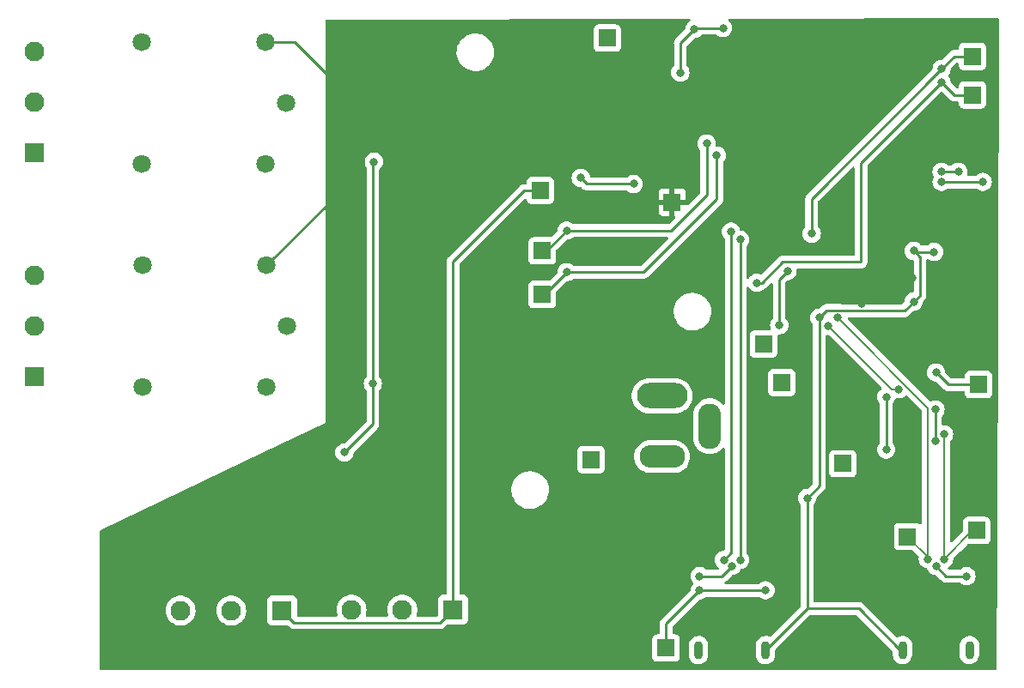
<source format=gbr>
%TF.GenerationSoftware,KiCad,Pcbnew,7.0.9*%
%TF.CreationDate,2024-04-09T14:27:02-05:00*%
%TF.ProjectId,Humidifier Subsystem,48756d69-6469-4666-9965-722053756273,rev?*%
%TF.SameCoordinates,Original*%
%TF.FileFunction,Copper,L2,Bot*%
%TF.FilePolarity,Positive*%
%FSLAX46Y46*%
G04 Gerber Fmt 4.6, Leading zero omitted, Abs format (unit mm)*
G04 Created by KiCad (PCBNEW 7.0.9) date 2024-04-09 14:27:02*
%MOMM*%
%LPD*%
G01*
G04 APERTURE LIST*
%TA.AperFunction,ComponentPad*%
%ADD10R,1.700000X1.700000*%
%TD*%
%TA.AperFunction,ComponentPad*%
%ADD11C,1.808000*%
%TD*%
%TA.AperFunction,ComponentPad*%
%ADD12R,1.950000X1.950000*%
%TD*%
%TA.AperFunction,ComponentPad*%
%ADD13C,1.950000*%
%TD*%
%TA.AperFunction,ComponentPad*%
%ADD14O,0.900000X1.800000*%
%TD*%
%TA.AperFunction,ComponentPad*%
%ADD15O,5.000000X2.500000*%
%TD*%
%TA.AperFunction,ComponentPad*%
%ADD16O,4.500000X2.250000*%
%TD*%
%TA.AperFunction,ComponentPad*%
%ADD17O,2.250000X4.500000*%
%TD*%
%TA.AperFunction,ViaPad*%
%ADD18C,0.800000*%
%TD*%
%TA.AperFunction,Conductor*%
%ADD19C,0.250000*%
%TD*%
%TA.AperFunction,Conductor*%
%ADD20C,0.200000*%
%TD*%
G04 APERTURE END LIST*
D10*
%TO.P,J12,1,Pin_1*%
%TO.N,+3.3V*%
X111000000Y-79200000D03*
%TD*%
%TO.P,J23,1,Pin_1*%
%TO.N,USB_DP*%
X141000000Y-111600000D03*
%TD*%
%TO.P,J15,1,Pin_1*%
%TO.N,Relay_Signal_DCDC*%
X98200000Y-84000000D03*
%TD*%
%TO.P,J18,1,Pin_1*%
%TO.N,U0TXD*%
X140600000Y-64800000D03*
%TD*%
D11*
%TO.P,K2,1,1*%
%TO.N,COM_Main_DC*%
X72950000Y-69400000D03*
%TO.P,K2,2,2*%
%TO.N,+3.3V*%
X70950002Y-63400000D03*
%TO.P,K2,3,3*%
%TO.N,Fan_A_DC*%
X58750002Y-63400000D03*
%TO.P,K2,4,4*%
%TO.N,Fan_B_DC*%
X58750002Y-75399998D03*
%TO.P,K2,5,5*%
%TO.N,Net-(D12-K)*%
X70950002Y-75399998D03*
%TD*%
D12*
%TO.P,J7,1,1*%
%TO.N,Fan_B_DC*%
X48150002Y-74347500D03*
D13*
%TO.P,J7,2,2*%
%TO.N,COM_Main_DC*%
X48150002Y-69347500D03*
%TO.P,J7,3,3*%
%TO.N,Fan_A_DC*%
X48150002Y-64347500D03*
%TD*%
D10*
%TO.P,J13,1,Pin_1*%
%TO.N,ESP_3V3*%
X104600000Y-63000000D03*
%TD*%
D12*
%TO.P,J6,1,1*%
%TO.N,Fan_B*%
X48132654Y-96435001D03*
D13*
%TO.P,J6,2,2*%
%TO.N,COM_Main*%
X48132654Y-91435001D03*
%TO.P,J6,3,3*%
%TO.N,Fan_A*%
X48132654Y-86435001D03*
%TD*%
D10*
%TO.P,J24,1,Pin_1*%
%TO.N,RTS*%
X120000000Y-93200000D03*
%TD*%
%TO.P,J11,1,Pin_1*%
%TO.N,+5V*%
X98000000Y-78050000D03*
%TD*%
%TO.P,J17,1,Pin_1*%
%TO.N,CHIP_PU*%
X121800000Y-97000000D03*
%TD*%
D14*
%TO.P,J3,S5,SHIELD__4*%
%TO.N,GND*%
X113600000Y-123400000D03*
%TO.P,J3,S6,SHIELD__5*%
X120200000Y-123400000D03*
%TD*%
D10*
%TO.P,J22,1,Pin_1*%
%TO.N,USB_DN*%
X134200000Y-112200000D03*
%TD*%
%TO.P,J8,1,Pin_1*%
%TO.N,GND*%
X103000000Y-104600000D03*
%TD*%
%TO.P,J14,1,Pin_1*%
%TO.N,Relay_Signal_ACDC*%
X98200000Y-88300000D03*
%TD*%
D14*
%TO.P,J2,S5,SHIELD__4*%
%TO.N,GND*%
X133700000Y-123400000D03*
%TO.P,J2,S6,SHIELD__5*%
X140300000Y-123400000D03*
%TD*%
D10*
%TO.P,J16,1,Pin_1*%
%TO.N,IO0*%
X141200000Y-97200000D03*
%TD*%
D15*
%TO.P,J1,1*%
%TO.N,+12V*%
X110000000Y-98300000D03*
D16*
%TO.P,J1,2*%
%TO.N,GND*%
X110000000Y-104300000D03*
D17*
%TO.P,J1,3*%
%TO.N,unconnected-(J1-Pad3)*%
X114700000Y-101300000D03*
%TD*%
D11*
%TO.P,K1,1,1*%
%TO.N,COM_Main*%
X73032651Y-91435000D03*
%TO.P,K1,2,2*%
%TO.N,+3.3V*%
X71032653Y-85435000D03*
%TO.P,K1,3,3*%
%TO.N,Fan_A*%
X58832653Y-85435000D03*
%TO.P,K1,4,4*%
%TO.N,Fan_B*%
X58832653Y-97434998D03*
%TO.P,K1,5,5*%
%TO.N,Net-(D10-K)*%
X71032653Y-97434998D03*
%TD*%
D10*
%TO.P,J20,1,Pin_1*%
%TO.N,VBUS*%
X110400000Y-123200000D03*
%TD*%
D12*
%TO.P,J5,1,Pin_1*%
%TO.N,+5V*%
X72547500Y-119500000D03*
D13*
%TO.P,J5,2,Pin_2*%
%TO.N,Net-(J5-Pin_2)*%
X67547500Y-119500000D03*
%TO.P,J5,3,Pin_3*%
%TO.N,GND*%
X62547500Y-119500000D03*
%TD*%
D10*
%TO.P,J25,1,Pin_1*%
%TO.N,DTR*%
X127800000Y-105000000D03*
%TD*%
%TO.P,J19,1,Pin_1*%
%TO.N,U0RXD*%
X140600000Y-68600000D03*
%TD*%
D12*
%TO.P,J4,1,Pin_1*%
%TO.N,+5V*%
X89400000Y-119400000D03*
D13*
%TO.P,J4,2,Pin_2*%
%TO.N,Net-(J4-Pin_2)*%
X84400000Y-119400000D03*
%TO.P,J4,3,Pin_3*%
%TO.N,GND*%
X79400000Y-119400000D03*
%TD*%
D18*
%TO.N,GND*%
X81600000Y-75200000D03*
X81500000Y-97100000D03*
X78700000Y-103900000D03*
%TO.N,+12V*%
X107200000Y-77400000D03*
X102000000Y-76800000D03*
%TO.N,GND*%
X134800000Y-89000000D03*
X140000000Y-116100000D03*
X113700000Y-116100000D03*
X113200000Y-62100000D03*
X124300000Y-108400000D03*
X116900000Y-115100000D03*
X111800000Y-66400000D03*
X116000000Y-62000000D03*
X137000000Y-115100000D03*
X134800000Y-84000000D03*
X136800000Y-84100000D03*
X125500000Y-90600000D03*
%TO.N,+3.3V*%
X134700000Y-86700000D03*
X111000000Y-76800000D03*
X108250000Y-76650000D03*
X129700000Y-89200000D03*
%TO.N,IO0*%
X137000000Y-96000000D03*
%TO.N,USB_DP*%
X137800000Y-102100000D03*
X133355378Y-97644622D03*
X126400000Y-91400000D03*
X137800000Y-114400000D03*
%TO.N,USB_DN*%
X136200000Y-114400000D03*
X127300000Y-90600000D03*
%TO.N,IO20*%
X117700000Y-82900000D03*
X117700000Y-114500000D03*
%TO.N,IO19*%
X116800000Y-82100000D03*
X116100000Y-114500000D03*
%TO.N,VBUS*%
X113700000Y-117500000D03*
X120200000Y-117500000D03*
X132100000Y-98400000D03*
X132100000Y-103600000D03*
%TO.N,U0RXD*%
X119350000Y-87150000D03*
X137550000Y-67350000D03*
%TO.N,U0TXD*%
X137550000Y-66050000D03*
X124750000Y-82300000D03*
%TO.N,RTS*%
X122369731Y-85995133D03*
X121550000Y-91350000D03*
%TO.N,Net-(U6-COLLECTOR)*%
X136950000Y-102750000D03*
X136950000Y-99650000D03*
%TO.N,Relay_Signal_ACDC*%
X115400000Y-74600000D03*
X100600000Y-86100000D03*
%TO.N,Net-(U1-IO35)*%
X137550500Y-77200000D03*
X141600000Y-77200000D03*
%TO.N,Net-(U1-IO36)*%
X139200000Y-76200000D03*
X137550500Y-76200000D03*
%TO.N,Relay_Signal_DCDC*%
X114400000Y-73400000D03*
X100600000Y-82000000D03*
%TD*%
D19*
%TO.N,GND*%
X81500000Y-97100000D02*
X81500000Y-75300000D01*
X81500000Y-75300000D02*
X81600000Y-75200000D01*
X81500000Y-97100000D02*
X81500000Y-101100000D01*
X81500000Y-101100000D02*
X78700000Y-103900000D01*
%TO.N,+12V*%
X107200000Y-77400000D02*
X102600000Y-77400000D01*
X102600000Y-77400000D02*
X102000000Y-76800000D01*
%TO.N,GND*%
X116900000Y-115100000D02*
X115900000Y-116100000D01*
X115900000Y-116100000D02*
X113700000Y-116100000D01*
X111800000Y-63500000D02*
X113200000Y-62100000D01*
X126225000Y-89875000D02*
X125500000Y-90600000D01*
X138000000Y-116100000D02*
X137000000Y-115100000D01*
X134800000Y-89000000D02*
X133875000Y-89925000D01*
X133875000Y-89925000D02*
X127650305Y-89925000D01*
X136800000Y-84100000D02*
X134900000Y-84100000D01*
X134800000Y-89000000D02*
X135425000Y-88375000D01*
X124300000Y-119300000D02*
X124300000Y-108400000D01*
X135425000Y-84625000D02*
X134800000Y-84000000D01*
X134900000Y-84100000D02*
X134800000Y-84000000D01*
X125500000Y-90600000D02*
X125500000Y-107200000D01*
X140000000Y-116100000D02*
X138000000Y-116100000D01*
X113200000Y-62100000D02*
X113300000Y-62000000D01*
X135425000Y-88375000D02*
X135425000Y-84625000D01*
X133700000Y-123400000D02*
X133500000Y-123400000D01*
X113300000Y-62000000D02*
X116000000Y-62000000D01*
X125500000Y-107200000D02*
X124300000Y-108400000D01*
X129400000Y-119300000D02*
X124300000Y-119300000D01*
X124300000Y-119300000D02*
X120200000Y-123400000D01*
X127650305Y-89925000D02*
X127600305Y-89875000D01*
X127600305Y-89875000D02*
X126225000Y-89875000D01*
X111800000Y-66400000D02*
X111800000Y-63500000D01*
X133500000Y-123400000D02*
X129400000Y-119300000D01*
%TO.N,+3.3V*%
X77400000Y-67000000D02*
X73800000Y-63400000D01*
X108400000Y-76800000D02*
X111000000Y-76800000D01*
X77400000Y-79067650D02*
X77400000Y-67000000D01*
X131000000Y-87900000D02*
X129700000Y-89200000D01*
X134000000Y-87900000D02*
X131000000Y-87900000D01*
X134700000Y-86700000D02*
X134700000Y-87200000D01*
X108250000Y-76650000D02*
X108400000Y-76800000D01*
X134700000Y-87200000D02*
X134000000Y-87900000D01*
X71032649Y-85435001D02*
X77400000Y-79067650D01*
X73800000Y-63400000D02*
X70949998Y-63400001D01*
%TO.N,IO0*%
X141200000Y-97200000D02*
X138200000Y-97200000D01*
X138200000Y-97200000D02*
X137000000Y-96000000D01*
D20*
%TO.N,USB_DP*%
X137800000Y-114400000D02*
X140600000Y-111600000D01*
X140600000Y-111600000D02*
X141000000Y-111600000D01*
X132644622Y-97644622D02*
X126400000Y-91400000D01*
X137800000Y-114400000D02*
X137800000Y-102100000D01*
X133355378Y-97644622D02*
X132644622Y-97644622D01*
%TO.N,USB_DN*%
X136200000Y-99500000D02*
X127300000Y-90600000D01*
X134200000Y-112200000D02*
X136200000Y-114200000D01*
X136200000Y-114400000D02*
X136200000Y-99500000D01*
X136200000Y-114200000D02*
X136200000Y-114400000D01*
D19*
%TO.N,IO20*%
X117700000Y-114500000D02*
X117700000Y-82900000D01*
%TO.N,IO19*%
X116100000Y-114500000D02*
X116800000Y-113800000D01*
X116800000Y-113800000D02*
X116800000Y-82100000D01*
%TO.N,VBUS*%
X110400000Y-123200000D02*
X110400000Y-120800000D01*
X110400000Y-120800000D02*
X113700000Y-117500000D01*
X132100000Y-103600000D02*
X132100000Y-98400000D01*
X120200000Y-117500000D02*
X113700000Y-117500000D01*
%TO.N,U0RXD*%
X129600000Y-75300000D02*
X137550000Y-67350000D01*
X119350000Y-87150000D02*
X119875305Y-87150000D01*
X137550000Y-67350000D02*
X138800000Y-68600000D01*
X119875305Y-87150000D02*
X121925305Y-85100000D01*
X129600000Y-85100000D02*
X129600000Y-75300000D01*
X138800000Y-68600000D02*
X140600000Y-68600000D01*
X121925305Y-85100000D02*
X129600000Y-85100000D01*
%TO.N,U0TXD*%
X138800000Y-64800000D02*
X140600000Y-64800000D01*
X137550000Y-66050000D02*
X138800000Y-64800000D01*
X124750000Y-78850000D02*
X137550000Y-66050000D01*
X124750000Y-82300000D02*
X124750000Y-78850000D01*
%TO.N,RTS*%
X121550000Y-86814864D02*
X121550000Y-91350000D01*
X122369731Y-85995133D02*
X121550000Y-86814864D01*
%TO.N,Net-(U6-COLLECTOR)*%
X136950000Y-101400000D02*
X136950000Y-102750000D01*
X136950000Y-99650000D02*
X136950000Y-99400000D01*
X136950000Y-101400000D02*
X136950000Y-99650000D01*
%TO.N,+5V*%
X96400002Y-78050000D02*
X89400000Y-85050002D01*
X88100000Y-120700000D02*
X73747500Y-120700000D01*
X89400000Y-119400000D02*
X88100000Y-120700000D01*
X73747500Y-120700000D02*
X72547500Y-119500000D01*
X98000000Y-78050000D02*
X96400002Y-78050000D01*
X89400000Y-85050002D02*
X89400000Y-119400000D01*
%TO.N,Relay_Signal_ACDC*%
X115400000Y-74600000D02*
X115400000Y-78900000D01*
X115400000Y-78900000D02*
X108200000Y-86100000D01*
X100600000Y-86100000D02*
X108200000Y-86100000D01*
X100600000Y-86100000D02*
X98400000Y-88300000D01*
X98400000Y-88300000D02*
X98200000Y-88300000D01*
%TO.N,Net-(U1-IO35)*%
X141600000Y-77200000D02*
X137550500Y-77200000D01*
%TO.N,Net-(U1-IO36)*%
X137550500Y-76200000D02*
X139200000Y-76200000D01*
%TO.N,Relay_Signal_DCDC*%
X100600000Y-82000000D02*
X98600000Y-84000000D01*
X114400000Y-78500000D02*
X114400000Y-73400000D01*
X100600000Y-82000000D02*
X110550000Y-82000000D01*
X110550000Y-82000000D02*
X110900000Y-82000000D01*
X98600000Y-84000000D02*
X98200000Y-84000000D01*
X110900000Y-82000000D02*
X114400000Y-78500000D01*
%TD*%
%TA.AperFunction,Conductor*%
%TO.N,+3.3V*%
G36*
X143142338Y-61019857D02*
G01*
X143188252Y-61072523D01*
X143199612Y-61124759D01*
X143034161Y-114399999D01*
X143003926Y-124136012D01*
X143000384Y-125276385D01*
X142980492Y-125343363D01*
X142927546Y-125388954D01*
X142876385Y-125400000D01*
X54724000Y-125400000D01*
X54656961Y-125380315D01*
X54611206Y-125327511D01*
X54600000Y-125276000D01*
X54600000Y-124097870D01*
X109049500Y-124097870D01*
X109049501Y-124097876D01*
X109055908Y-124157483D01*
X109106202Y-124292328D01*
X109106206Y-124292335D01*
X109192452Y-124407544D01*
X109192455Y-124407547D01*
X109307664Y-124493793D01*
X109307671Y-124493797D01*
X109442517Y-124544091D01*
X109442516Y-124544091D01*
X109449444Y-124544835D01*
X109502127Y-124550500D01*
X111297872Y-124550499D01*
X111357483Y-124544091D01*
X111492331Y-124493796D01*
X111607546Y-124407546D01*
X111693796Y-124292331D01*
X111744091Y-124157483D01*
X111750500Y-124097873D01*
X111750500Y-123898207D01*
X112649500Y-123898207D01*
X112664154Y-124042322D01*
X112722022Y-124226759D01*
X112722029Y-124226774D01*
X112815839Y-124395788D01*
X112815842Y-124395793D01*
X112941758Y-124542466D01*
X112941759Y-124542468D01*
X113094624Y-124660794D01*
X113094627Y-124660796D01*
X113268184Y-124745930D01*
X113268188Y-124745931D01*
X113268186Y-124745931D01*
X113455317Y-124794383D01*
X113455320Y-124794383D01*
X113455326Y-124794385D01*
X113648390Y-124804176D01*
X113839474Y-124774903D01*
X114020753Y-124707764D01*
X114184807Y-124605509D01*
X114324919Y-124472323D01*
X114435353Y-124313658D01*
X114511587Y-124136012D01*
X114550500Y-123946656D01*
X114550500Y-123898207D01*
X119249500Y-123898207D01*
X119264154Y-124042322D01*
X119322022Y-124226759D01*
X119322029Y-124226774D01*
X119415839Y-124395788D01*
X119415842Y-124395793D01*
X119541758Y-124542466D01*
X119541759Y-124542468D01*
X119694624Y-124660794D01*
X119694627Y-124660796D01*
X119868184Y-124745930D01*
X119868188Y-124745931D01*
X119868186Y-124745931D01*
X120055317Y-124794383D01*
X120055320Y-124794383D01*
X120055326Y-124794385D01*
X120248390Y-124804176D01*
X120439474Y-124774903D01*
X120620753Y-124707764D01*
X120784807Y-124605509D01*
X120924919Y-124472323D01*
X121035353Y-124313658D01*
X121111587Y-124136012D01*
X121150500Y-123946656D01*
X121150500Y-123385452D01*
X121170185Y-123318413D01*
X121186819Y-123297771D01*
X124522771Y-119961819D01*
X124584094Y-119928334D01*
X124610452Y-119925500D01*
X129089548Y-119925500D01*
X129156587Y-119945185D01*
X129177229Y-119961819D01*
X132713181Y-123497771D01*
X132746666Y-123559094D01*
X132749500Y-123585452D01*
X132749500Y-123898207D01*
X132764154Y-124042322D01*
X132822022Y-124226759D01*
X132822029Y-124226774D01*
X132915839Y-124395788D01*
X132915842Y-124395793D01*
X133041758Y-124542466D01*
X133041759Y-124542468D01*
X133194624Y-124660794D01*
X133194627Y-124660796D01*
X133368184Y-124745930D01*
X133368188Y-124745931D01*
X133368186Y-124745931D01*
X133555317Y-124794383D01*
X133555320Y-124794383D01*
X133555326Y-124794385D01*
X133748390Y-124804176D01*
X133939474Y-124774903D01*
X134120753Y-124707764D01*
X134284807Y-124605509D01*
X134424919Y-124472323D01*
X134535353Y-124313658D01*
X134611587Y-124136012D01*
X134650500Y-123946656D01*
X134650500Y-123898207D01*
X139349500Y-123898207D01*
X139364154Y-124042322D01*
X139422022Y-124226759D01*
X139422029Y-124226774D01*
X139515839Y-124395788D01*
X139515842Y-124395793D01*
X139641758Y-124542466D01*
X139641759Y-124542468D01*
X139794624Y-124660794D01*
X139794627Y-124660796D01*
X139968184Y-124745930D01*
X139968188Y-124745931D01*
X139968186Y-124745931D01*
X140155317Y-124794383D01*
X140155320Y-124794383D01*
X140155326Y-124794385D01*
X140348390Y-124804176D01*
X140539474Y-124774903D01*
X140720753Y-124707764D01*
X140884807Y-124605509D01*
X141024919Y-124472323D01*
X141135353Y-124313658D01*
X141211587Y-124136012D01*
X141250500Y-123946656D01*
X141250500Y-122901794D01*
X141235845Y-122757679D01*
X141235845Y-122757677D01*
X141177977Y-122573240D01*
X141177975Y-122573236D01*
X141177974Y-122573232D01*
X141084159Y-122404209D01*
X141084158Y-122404208D01*
X141084157Y-122404206D01*
X140958241Y-122257533D01*
X140958240Y-122257531D01*
X140805375Y-122139205D01*
X140805371Y-122139203D01*
X140758052Y-122115992D01*
X140631816Y-122054070D01*
X140631814Y-122054069D01*
X140631811Y-122054068D01*
X140631813Y-122054068D01*
X140444682Y-122005616D01*
X140444676Y-122005615D01*
X140315964Y-121999087D01*
X140251610Y-121995824D01*
X140251609Y-121995824D01*
X140251607Y-121995824D01*
X140060533Y-122025095D01*
X140060521Y-122025098D01*
X139879251Y-122092234D01*
X139879242Y-122092238D01*
X139715196Y-122194488D01*
X139575080Y-122327677D01*
X139464646Y-122486342D01*
X139388413Y-122663987D01*
X139349500Y-122853343D01*
X139349500Y-123898207D01*
X134650500Y-123898207D01*
X134650500Y-122901794D01*
X134635845Y-122757679D01*
X134635845Y-122757677D01*
X134577977Y-122573240D01*
X134577975Y-122573236D01*
X134577974Y-122573232D01*
X134484159Y-122404209D01*
X134484158Y-122404208D01*
X134484157Y-122404206D01*
X134358241Y-122257533D01*
X134358240Y-122257531D01*
X134205375Y-122139205D01*
X134205371Y-122139203D01*
X134158052Y-122115992D01*
X134031816Y-122054070D01*
X134031814Y-122054069D01*
X134031811Y-122054068D01*
X134031813Y-122054068D01*
X133844682Y-122005616D01*
X133844676Y-122005615D01*
X133715964Y-121999087D01*
X133651610Y-121995824D01*
X133651609Y-121995824D01*
X133651607Y-121995824D01*
X133460533Y-122025095D01*
X133460521Y-122025098D01*
X133279249Y-122092235D01*
X133279243Y-122092237D01*
X133238156Y-122117847D01*
X133170850Y-122136602D01*
X133104090Y-122115992D01*
X133084885Y-122100295D01*
X131511674Y-120527084D01*
X129900803Y-118916212D01*
X129890980Y-118903950D01*
X129890759Y-118904134D01*
X129885786Y-118898123D01*
X129835364Y-118850773D01*
X129824919Y-118840328D01*
X129814475Y-118829883D01*
X129808986Y-118825625D01*
X129804561Y-118821847D01*
X129770582Y-118789938D01*
X129770580Y-118789936D01*
X129770577Y-118789935D01*
X129753029Y-118780288D01*
X129736763Y-118769604D01*
X129720933Y-118757325D01*
X129678168Y-118738818D01*
X129672922Y-118736248D01*
X129632093Y-118713803D01*
X129632092Y-118713802D01*
X129612693Y-118708822D01*
X129594281Y-118702518D01*
X129575898Y-118694562D01*
X129575892Y-118694560D01*
X129529874Y-118687272D01*
X129524152Y-118686087D01*
X129479021Y-118674500D01*
X129479019Y-118674500D01*
X129458984Y-118674500D01*
X129439586Y-118672973D01*
X129432162Y-118671797D01*
X129419805Y-118669840D01*
X129419804Y-118669840D01*
X129373416Y-118674225D01*
X129367578Y-118674500D01*
X125049500Y-118674500D01*
X124982461Y-118654815D01*
X124936706Y-118602011D01*
X124925500Y-118550500D01*
X124925500Y-109098687D01*
X124945185Y-109031648D01*
X124957350Y-109015715D01*
X124975891Y-108995122D01*
X125032533Y-108932216D01*
X125127179Y-108768284D01*
X125185674Y-108588256D01*
X125203321Y-108420344D01*
X125229904Y-108355734D01*
X125238951Y-108345638D01*
X125883788Y-107700801D01*
X125896042Y-107690986D01*
X125895859Y-107690764D01*
X125901866Y-107685792D01*
X125901877Y-107685786D01*
X125932775Y-107652882D01*
X125949227Y-107635364D01*
X125959671Y-107624918D01*
X125970120Y-107614471D01*
X125974379Y-107608978D01*
X125978152Y-107604561D01*
X126010062Y-107570582D01*
X126019713Y-107553024D01*
X126030396Y-107536761D01*
X126042673Y-107520936D01*
X126061185Y-107478153D01*
X126063738Y-107472941D01*
X126086197Y-107432092D01*
X126091180Y-107412680D01*
X126097481Y-107394280D01*
X126105437Y-107375896D01*
X126112729Y-107329852D01*
X126113906Y-107324171D01*
X126125500Y-107279019D01*
X126125500Y-107258983D01*
X126127027Y-107239582D01*
X126130160Y-107219804D01*
X126125775Y-107173415D01*
X126125500Y-107167577D01*
X126125500Y-105897870D01*
X126449500Y-105897870D01*
X126449501Y-105897876D01*
X126455908Y-105957483D01*
X126506202Y-106092328D01*
X126506206Y-106092335D01*
X126592452Y-106207544D01*
X126592455Y-106207547D01*
X126707664Y-106293793D01*
X126707671Y-106293797D01*
X126842517Y-106344091D01*
X126842516Y-106344091D01*
X126849444Y-106344835D01*
X126902127Y-106350500D01*
X128697872Y-106350499D01*
X128757483Y-106344091D01*
X128892331Y-106293796D01*
X129007546Y-106207546D01*
X129093796Y-106092331D01*
X129144091Y-105957483D01*
X129150500Y-105897873D01*
X129150499Y-104102128D01*
X129144091Y-104042517D01*
X129119177Y-103975720D01*
X129093797Y-103907671D01*
X129093793Y-103907664D01*
X129007547Y-103792455D01*
X129007544Y-103792452D01*
X128892335Y-103706206D01*
X128892328Y-103706202D01*
X128757482Y-103655908D01*
X128757483Y-103655908D01*
X128697883Y-103649501D01*
X128697881Y-103649500D01*
X128697873Y-103649500D01*
X128697864Y-103649500D01*
X126902129Y-103649500D01*
X126902123Y-103649501D01*
X126842516Y-103655908D01*
X126707671Y-103706202D01*
X126707664Y-103706206D01*
X126592455Y-103792452D01*
X126592452Y-103792455D01*
X126506206Y-103907664D01*
X126506202Y-103907671D01*
X126455908Y-104042517D01*
X126454510Y-104055525D01*
X126449501Y-104102123D01*
X126449500Y-104102135D01*
X126449500Y-105897870D01*
X126125500Y-105897870D01*
X126125500Y-92415397D01*
X126145185Y-92348358D01*
X126197989Y-92302603D01*
X126267147Y-92292659D01*
X126275247Y-92294100D01*
X126305354Y-92300500D01*
X126399903Y-92300500D01*
X126466942Y-92320185D01*
X126487584Y-92336819D01*
X131613731Y-97462966D01*
X131647216Y-97524289D01*
X131642232Y-97593981D01*
X131600360Y-97649914D01*
X131598936Y-97650965D01*
X131494127Y-97727113D01*
X131367466Y-97867785D01*
X131272821Y-98031715D01*
X131272818Y-98031722D01*
X131214327Y-98211740D01*
X131214326Y-98211744D01*
X131194540Y-98400000D01*
X131214326Y-98588256D01*
X131214327Y-98588259D01*
X131272818Y-98768277D01*
X131272821Y-98768284D01*
X131367467Y-98932216D01*
X131375670Y-98941326D01*
X131442650Y-99015715D01*
X131472880Y-99078706D01*
X131474500Y-99098687D01*
X131474500Y-102901312D01*
X131454815Y-102968351D01*
X131442650Y-102984284D01*
X131367466Y-103067784D01*
X131272821Y-103231715D01*
X131272818Y-103231722D01*
X131220593Y-103392455D01*
X131214326Y-103411744D01*
X131194540Y-103600000D01*
X131214326Y-103788256D01*
X131214327Y-103788259D01*
X131272818Y-103968277D01*
X131272821Y-103968284D01*
X131367467Y-104132216D01*
X131489977Y-104268277D01*
X131494129Y-104272888D01*
X131647265Y-104384148D01*
X131647270Y-104384151D01*
X131820192Y-104461142D01*
X131820197Y-104461144D01*
X132005354Y-104500500D01*
X132005355Y-104500500D01*
X132194644Y-104500500D01*
X132194646Y-104500500D01*
X132379803Y-104461144D01*
X132552730Y-104384151D01*
X132705871Y-104272888D01*
X132832533Y-104132216D01*
X132927179Y-103968284D01*
X132985674Y-103788256D01*
X133005460Y-103600000D01*
X132985674Y-103411744D01*
X132927179Y-103231716D01*
X132832533Y-103067784D01*
X132771050Y-102999500D01*
X132757350Y-102984284D01*
X132727120Y-102921292D01*
X132725500Y-102901312D01*
X132725500Y-99098687D01*
X132745185Y-99031648D01*
X132757350Y-99015715D01*
X132792108Y-98977112D01*
X132832533Y-98932216D01*
X132927179Y-98768284D01*
X132982051Y-98599403D01*
X133021488Y-98541730D01*
X133085847Y-98514531D01*
X133125758Y-98516432D01*
X133260732Y-98545122D01*
X133260733Y-98545122D01*
X133450022Y-98545122D01*
X133450024Y-98545122D01*
X133635181Y-98505766D01*
X133808108Y-98428773D01*
X133961249Y-98317510D01*
X133971902Y-98305679D01*
X134031388Y-98269030D01*
X134101245Y-98270359D01*
X134151734Y-98300969D01*
X135563181Y-99712416D01*
X135596666Y-99773739D01*
X135599500Y-99800097D01*
X135599500Y-110888428D01*
X135579815Y-110955467D01*
X135527011Y-111001222D01*
X135457853Y-111011166D01*
X135401189Y-110987695D01*
X135358138Y-110955467D01*
X135292331Y-110906204D01*
X135292329Y-110906203D01*
X135292328Y-110906202D01*
X135157482Y-110855908D01*
X135157483Y-110855908D01*
X135097883Y-110849501D01*
X135097881Y-110849500D01*
X135097873Y-110849500D01*
X135097864Y-110849500D01*
X133302129Y-110849500D01*
X133302123Y-110849501D01*
X133242516Y-110855908D01*
X133107671Y-110906202D01*
X133107664Y-110906206D01*
X132992455Y-110992452D01*
X132992452Y-110992455D01*
X132906206Y-111107664D01*
X132906202Y-111107671D01*
X132855908Y-111242517D01*
X132849501Y-111302116D01*
X132849500Y-111302135D01*
X132849500Y-113097870D01*
X132849501Y-113097876D01*
X132855908Y-113157483D01*
X132906202Y-113292328D01*
X132906206Y-113292335D01*
X132992452Y-113407544D01*
X132992455Y-113407547D01*
X133107664Y-113493793D01*
X133107671Y-113493797D01*
X133242517Y-113544091D01*
X133242516Y-113544091D01*
X133249444Y-113544835D01*
X133302127Y-113550500D01*
X134649902Y-113550499D01*
X134716941Y-113570184D01*
X134737583Y-113586818D01*
X135277086Y-114126321D01*
X135310571Y-114187644D01*
X135312726Y-114226963D01*
X135303816Y-114311740D01*
X135294540Y-114400000D01*
X135314326Y-114588256D01*
X135314327Y-114588259D01*
X135372818Y-114768277D01*
X135372821Y-114768284D01*
X135467467Y-114932216D01*
X135557506Y-115032214D01*
X135594129Y-115072888D01*
X135747265Y-115184148D01*
X135747270Y-115184151D01*
X135920192Y-115261142D01*
X135920197Y-115261144D01*
X136028437Y-115284151D01*
X136049237Y-115288572D01*
X136110719Y-115321764D01*
X136141387Y-115371543D01*
X136172819Y-115468280D01*
X136172821Y-115468284D01*
X136267467Y-115632216D01*
X136357063Y-115731722D01*
X136394129Y-115772888D01*
X136547265Y-115884148D01*
X136547270Y-115884151D01*
X136720192Y-115961142D01*
X136720197Y-115961144D01*
X136905354Y-116000500D01*
X136964548Y-116000500D01*
X137031587Y-116020185D01*
X137052229Y-116036819D01*
X137499194Y-116483784D01*
X137509019Y-116496048D01*
X137509240Y-116495866D01*
X137514210Y-116501873D01*
X137514213Y-116501876D01*
X137514214Y-116501877D01*
X137564651Y-116549241D01*
X137585530Y-116570120D01*
X137591004Y-116574366D01*
X137595442Y-116578156D01*
X137629418Y-116610062D01*
X137629422Y-116610064D01*
X137646973Y-116619713D01*
X137663231Y-116630392D01*
X137679064Y-116642674D01*
X137696422Y-116650185D01*
X137721837Y-116661183D01*
X137727081Y-116663752D01*
X137767908Y-116686197D01*
X137787312Y-116691179D01*
X137805710Y-116697478D01*
X137824105Y-116705438D01*
X137870129Y-116712726D01*
X137875832Y-116713907D01*
X137920981Y-116725500D01*
X137941016Y-116725500D01*
X137960413Y-116727026D01*
X137980196Y-116730160D01*
X138026584Y-116725775D01*
X138032422Y-116725500D01*
X139296252Y-116725500D01*
X139363291Y-116745185D01*
X139388400Y-116766526D01*
X139394126Y-116772885D01*
X139394130Y-116772889D01*
X139547265Y-116884148D01*
X139547270Y-116884151D01*
X139720192Y-116961142D01*
X139720197Y-116961144D01*
X139905354Y-117000500D01*
X139905355Y-117000500D01*
X140094644Y-117000500D01*
X140094646Y-117000500D01*
X140279803Y-116961144D01*
X140452730Y-116884151D01*
X140605871Y-116772888D01*
X140732533Y-116632216D01*
X140827179Y-116468284D01*
X140885674Y-116288256D01*
X140905460Y-116100000D01*
X140885674Y-115911744D01*
X140827179Y-115731716D01*
X140732533Y-115567784D01*
X140605871Y-115427112D01*
X140605870Y-115427111D01*
X140452734Y-115315851D01*
X140452729Y-115315848D01*
X140279807Y-115238857D01*
X140279802Y-115238855D01*
X140134001Y-115207865D01*
X140094646Y-115199500D01*
X139905354Y-115199500D01*
X139872897Y-115206398D01*
X139720197Y-115238855D01*
X139720192Y-115238857D01*
X139547270Y-115315848D01*
X139547265Y-115315851D01*
X139394130Y-115427110D01*
X139394126Y-115427114D01*
X139388400Y-115433474D01*
X139328913Y-115470121D01*
X139296252Y-115474500D01*
X138310452Y-115474500D01*
X138243413Y-115454815D01*
X138222771Y-115438181D01*
X138183805Y-115399215D01*
X138150320Y-115337892D01*
X138155304Y-115268200D01*
X138197176Y-115212267D01*
X138221044Y-115198258D01*
X138252730Y-115184151D01*
X138405871Y-115072888D01*
X138532533Y-114932216D01*
X138627179Y-114768284D01*
X138685674Y-114588256D01*
X138705460Y-114400000D01*
X138705460Y-114399997D01*
X138705460Y-114395136D01*
X138725145Y-114328097D01*
X138741779Y-114307455D01*
X139375687Y-113673547D01*
X140062417Y-112986816D01*
X140123738Y-112953333D01*
X140150086Y-112950499D01*
X141897872Y-112950499D01*
X141957483Y-112944091D01*
X142092331Y-112893796D01*
X142207546Y-112807546D01*
X142293796Y-112692331D01*
X142344091Y-112557483D01*
X142350500Y-112497873D01*
X142350499Y-110702128D01*
X142344091Y-110642517D01*
X142293796Y-110507669D01*
X142293795Y-110507668D01*
X142293793Y-110507664D01*
X142207547Y-110392455D01*
X142207544Y-110392452D01*
X142092335Y-110306206D01*
X142092328Y-110306202D01*
X141957482Y-110255908D01*
X141957483Y-110255908D01*
X141897883Y-110249501D01*
X141897881Y-110249500D01*
X141897873Y-110249500D01*
X141897864Y-110249500D01*
X140102129Y-110249500D01*
X140102123Y-110249501D01*
X140042516Y-110255908D01*
X139907671Y-110306202D01*
X139907664Y-110306206D01*
X139792455Y-110392452D01*
X139792452Y-110392455D01*
X139706206Y-110507664D01*
X139706202Y-110507671D01*
X139655908Y-110642517D01*
X139649501Y-110702116D01*
X139649501Y-110702123D01*
X139649500Y-110702135D01*
X139649500Y-111649902D01*
X139629815Y-111716941D01*
X139613181Y-111737583D01*
X138612181Y-112738583D01*
X138550858Y-112772068D01*
X138481166Y-112767084D01*
X138425233Y-112725212D01*
X138400816Y-112659748D01*
X138400500Y-112650902D01*
X138400500Y-102826452D01*
X138420185Y-102759413D01*
X138432350Y-102743480D01*
X138532533Y-102632216D01*
X138627179Y-102468284D01*
X138685674Y-102288256D01*
X138705460Y-102100000D01*
X138685674Y-101911744D01*
X138627179Y-101731716D01*
X138532533Y-101567784D01*
X138405871Y-101427112D01*
X138405870Y-101427111D01*
X138252734Y-101315851D01*
X138252729Y-101315848D01*
X138079807Y-101238857D01*
X138079802Y-101238855D01*
X137934001Y-101207865D01*
X137894646Y-101199500D01*
X137705354Y-101199500D01*
X137699500Y-101199500D01*
X137632461Y-101179815D01*
X137586706Y-101127011D01*
X137575500Y-101075500D01*
X137575500Y-100348687D01*
X137595185Y-100281648D01*
X137607350Y-100265715D01*
X137625891Y-100245122D01*
X137682533Y-100182216D01*
X137777179Y-100018284D01*
X137835674Y-99838256D01*
X137855460Y-99650000D01*
X137835674Y-99461744D01*
X137777179Y-99281716D01*
X137682533Y-99117784D01*
X137555871Y-98977112D01*
X137506616Y-98941326D01*
X137402734Y-98865851D01*
X137402729Y-98865848D01*
X137229807Y-98788857D01*
X137229802Y-98788855D01*
X137084001Y-98757865D01*
X137044646Y-98749500D01*
X136855354Y-98749500D01*
X136822897Y-98756398D01*
X136670197Y-98788855D01*
X136670192Y-98788857D01*
X136518258Y-98856504D01*
X136449008Y-98865789D01*
X136385731Y-98836161D01*
X136380141Y-98830906D01*
X133549235Y-96000000D01*
X136094540Y-96000000D01*
X136114326Y-96188256D01*
X136114327Y-96188259D01*
X136172818Y-96368277D01*
X136172821Y-96368284D01*
X136267467Y-96532216D01*
X136348833Y-96622582D01*
X136394129Y-96672888D01*
X136547265Y-96784148D01*
X136547270Y-96784151D01*
X136720192Y-96861142D01*
X136720197Y-96861144D01*
X136905354Y-96900500D01*
X136964548Y-96900500D01*
X137031587Y-96920185D01*
X137052229Y-96936819D01*
X137699197Y-97583788D01*
X137709022Y-97596051D01*
X137709243Y-97595869D01*
X137714214Y-97601878D01*
X137740217Y-97626295D01*
X137764635Y-97649226D01*
X137785529Y-97670120D01*
X137791011Y-97674373D01*
X137795443Y-97678157D01*
X137829418Y-97710062D01*
X137846976Y-97719714D01*
X137863235Y-97730395D01*
X137879064Y-97742673D01*
X137921838Y-97761182D01*
X137927056Y-97763738D01*
X137967908Y-97786197D01*
X137987316Y-97791180D01*
X138005717Y-97797480D01*
X138024104Y-97805437D01*
X138067488Y-97812308D01*
X138070119Y-97812725D01*
X138075839Y-97813909D01*
X138120981Y-97825500D01*
X138141016Y-97825500D01*
X138160414Y-97827026D01*
X138180194Y-97830159D01*
X138180195Y-97830160D01*
X138180195Y-97830159D01*
X138180196Y-97830160D01*
X138226584Y-97825775D01*
X138232422Y-97825500D01*
X139725501Y-97825500D01*
X139792540Y-97845185D01*
X139838295Y-97897989D01*
X139849501Y-97949500D01*
X139849501Y-98097876D01*
X139855908Y-98157483D01*
X139906202Y-98292328D01*
X139906206Y-98292335D01*
X139992452Y-98407544D01*
X139992455Y-98407547D01*
X140107664Y-98493793D01*
X140107671Y-98493797D01*
X140242517Y-98544091D01*
X140242516Y-98544091D01*
X140246079Y-98544474D01*
X140302127Y-98550500D01*
X142097872Y-98550499D01*
X142157483Y-98544091D01*
X142292331Y-98493796D01*
X142407546Y-98407546D01*
X142493796Y-98292331D01*
X142544091Y-98157483D01*
X142550500Y-98097873D01*
X142550499Y-96302128D01*
X142544091Y-96242517D01*
X142493796Y-96107669D01*
X142493795Y-96107668D01*
X142493793Y-96107664D01*
X142407547Y-95992455D01*
X142407544Y-95992452D01*
X142292335Y-95906206D01*
X142292328Y-95906202D01*
X142157482Y-95855908D01*
X142157483Y-95855908D01*
X142097883Y-95849501D01*
X142097881Y-95849500D01*
X142097873Y-95849500D01*
X142097864Y-95849500D01*
X140302129Y-95849500D01*
X140302123Y-95849501D01*
X140242516Y-95855908D01*
X140107671Y-95906202D01*
X140107664Y-95906206D01*
X139992455Y-95992452D01*
X139992452Y-95992455D01*
X139906206Y-96107664D01*
X139906202Y-96107671D01*
X139855908Y-96242517D01*
X139849501Y-96302116D01*
X139849501Y-96302123D01*
X139849500Y-96302135D01*
X139849500Y-96450500D01*
X139829815Y-96517539D01*
X139777011Y-96563294D01*
X139725500Y-96574500D01*
X138510453Y-96574500D01*
X138443414Y-96554815D01*
X138422772Y-96538181D01*
X137938960Y-96054369D01*
X137905475Y-95993046D01*
X137903323Y-95979668D01*
X137885674Y-95811744D01*
X137827179Y-95631716D01*
X137732533Y-95467784D01*
X137605871Y-95327112D01*
X137605870Y-95327111D01*
X137452734Y-95215851D01*
X137452729Y-95215848D01*
X137279807Y-95138857D01*
X137279802Y-95138855D01*
X137134001Y-95107865D01*
X137094646Y-95099500D01*
X136905354Y-95099500D01*
X136872897Y-95106398D01*
X136720197Y-95138855D01*
X136720192Y-95138857D01*
X136547270Y-95215848D01*
X136547265Y-95215851D01*
X136394129Y-95327111D01*
X136267466Y-95467785D01*
X136172821Y-95631715D01*
X136172818Y-95631722D01*
X136120593Y-95792455D01*
X136114326Y-95811744D01*
X136094540Y-96000000D01*
X133549235Y-96000000D01*
X128311416Y-90762181D01*
X128277931Y-90700858D01*
X128282915Y-90631166D01*
X128324787Y-90575233D01*
X128390251Y-90550816D01*
X128399097Y-90550500D01*
X133792257Y-90550500D01*
X133807877Y-90552224D01*
X133807904Y-90551939D01*
X133815660Y-90552671D01*
X133815667Y-90552673D01*
X133884814Y-90550500D01*
X133914350Y-90550500D01*
X133921228Y-90549630D01*
X133927041Y-90549172D01*
X133973627Y-90547709D01*
X133992869Y-90542117D01*
X134011912Y-90538174D01*
X134031792Y-90535664D01*
X134075122Y-90518507D01*
X134080646Y-90516617D01*
X134084396Y-90515527D01*
X134125390Y-90503618D01*
X134142629Y-90493422D01*
X134160103Y-90484862D01*
X134178727Y-90477488D01*
X134178727Y-90477487D01*
X134178732Y-90477486D01*
X134216449Y-90450082D01*
X134221305Y-90446892D01*
X134261420Y-90423170D01*
X134275589Y-90408999D01*
X134290379Y-90396368D01*
X134306587Y-90384594D01*
X134336299Y-90348676D01*
X134340212Y-90344376D01*
X134747771Y-89936819D01*
X134809094Y-89903334D01*
X134835452Y-89900500D01*
X134894644Y-89900500D01*
X134894646Y-89900500D01*
X135079803Y-89861144D01*
X135252730Y-89784151D01*
X135405871Y-89672888D01*
X135532533Y-89532216D01*
X135627179Y-89368284D01*
X135685674Y-89188256D01*
X135703321Y-89020344D01*
X135729904Y-88955734D01*
X135738951Y-88945638D01*
X135808788Y-88875801D01*
X135821042Y-88865986D01*
X135820859Y-88865764D01*
X135826866Y-88860792D01*
X135826877Y-88860786D01*
X135857775Y-88827882D01*
X135874227Y-88810364D01*
X135884671Y-88799918D01*
X135895120Y-88789471D01*
X135899379Y-88783978D01*
X135903152Y-88779561D01*
X135935062Y-88745582D01*
X135944713Y-88728024D01*
X135955396Y-88711761D01*
X135967673Y-88695936D01*
X135986185Y-88653153D01*
X135988738Y-88647941D01*
X136011197Y-88607092D01*
X136016180Y-88587680D01*
X136022481Y-88569280D01*
X136030437Y-88550896D01*
X136037729Y-88504852D01*
X136038906Y-88499171D01*
X136050500Y-88454019D01*
X136050500Y-88433983D01*
X136052027Y-88414582D01*
X136055160Y-88394804D01*
X136050775Y-88348415D01*
X136050500Y-88342577D01*
X136050500Y-84911898D01*
X136070185Y-84844859D01*
X136122989Y-84799104D01*
X136192147Y-84789160D01*
X136247381Y-84811578D01*
X136333444Y-84874106D01*
X136347270Y-84884151D01*
X136520192Y-84961142D01*
X136520197Y-84961144D01*
X136705354Y-85000500D01*
X136705355Y-85000500D01*
X136894644Y-85000500D01*
X136894646Y-85000500D01*
X137079803Y-84961144D01*
X137252730Y-84884151D01*
X137405871Y-84772888D01*
X137532533Y-84632216D01*
X137627179Y-84468284D01*
X137685674Y-84288256D01*
X137705460Y-84100000D01*
X137685674Y-83911744D01*
X137627179Y-83731716D01*
X137532533Y-83567784D01*
X137405871Y-83427112D01*
X137405870Y-83427111D01*
X137252734Y-83315851D01*
X137252729Y-83315848D01*
X137079807Y-83238857D01*
X137079802Y-83238855D01*
X136934001Y-83207865D01*
X136894646Y-83199500D01*
X136705354Y-83199500D01*
X136672897Y-83206398D01*
X136520197Y-83238855D01*
X136520192Y-83238857D01*
X136347270Y-83315848D01*
X136347265Y-83315851D01*
X136194130Y-83427110D01*
X136194126Y-83427114D01*
X136188400Y-83433474D01*
X136128913Y-83470121D01*
X136096252Y-83474500D01*
X135593788Y-83474500D01*
X135526749Y-83454815D01*
X135501638Y-83433472D01*
X135500505Y-83432214D01*
X135405871Y-83327112D01*
X135390369Y-83315849D01*
X135252734Y-83215851D01*
X135252729Y-83215848D01*
X135079807Y-83138857D01*
X135079802Y-83138855D01*
X134934001Y-83107865D01*
X134894646Y-83099500D01*
X134705354Y-83099500D01*
X134672897Y-83106398D01*
X134520197Y-83138855D01*
X134520192Y-83138857D01*
X134347270Y-83215848D01*
X134347265Y-83215851D01*
X134194129Y-83327111D01*
X134067466Y-83467785D01*
X133972821Y-83631715D01*
X133972818Y-83631722D01*
X133914327Y-83811740D01*
X133914326Y-83811744D01*
X133894540Y-84000000D01*
X133914326Y-84188256D01*
X133914327Y-84188259D01*
X133972818Y-84368277D01*
X133972821Y-84368284D01*
X134067467Y-84532216D01*
X134142902Y-84615995D01*
X134194129Y-84672888D01*
X134347265Y-84784148D01*
X134347270Y-84784151D01*
X134520192Y-84861142D01*
X134520197Y-84861144D01*
X134701281Y-84899634D01*
X134762763Y-84932826D01*
X134796539Y-84993989D01*
X134799500Y-85020924D01*
X134799500Y-87979075D01*
X134779815Y-88046114D01*
X134727011Y-88091869D01*
X134701281Y-88100365D01*
X134520197Y-88138855D01*
X134520192Y-88138857D01*
X134347270Y-88215848D01*
X134347265Y-88215851D01*
X134194129Y-88327111D01*
X134067466Y-88467785D01*
X133972821Y-88631715D01*
X133972818Y-88631722D01*
X133941526Y-88728030D01*
X133914326Y-88811744D01*
X133896679Y-88979650D01*
X133870094Y-89044264D01*
X133861039Y-89054369D01*
X133652228Y-89263181D01*
X133590905Y-89296666D01*
X133564547Y-89299500D01*
X127883070Y-89299500D01*
X127837427Y-89290794D01*
X127832396Y-89288802D01*
X127812998Y-89283822D01*
X127794586Y-89277518D01*
X127776203Y-89269562D01*
X127776197Y-89269560D01*
X127730179Y-89262272D01*
X127724457Y-89261087D01*
X127679326Y-89249500D01*
X127679324Y-89249500D01*
X127659289Y-89249500D01*
X127639891Y-89247973D01*
X127632467Y-89246797D01*
X127620110Y-89244840D01*
X127620109Y-89244840D01*
X127573721Y-89249225D01*
X127567883Y-89249500D01*
X126307743Y-89249500D01*
X126292122Y-89247775D01*
X126292096Y-89248061D01*
X126284334Y-89247327D01*
X126284333Y-89247327D01*
X126215186Y-89249500D01*
X126185649Y-89249500D01*
X126178766Y-89250369D01*
X126172949Y-89250826D01*
X126126373Y-89252290D01*
X126107129Y-89257881D01*
X126088079Y-89261825D01*
X126068211Y-89264334D01*
X126024884Y-89281488D01*
X126019358Y-89283379D01*
X125974614Y-89296379D01*
X125974610Y-89296381D01*
X125957366Y-89306579D01*
X125939905Y-89315133D01*
X125921274Y-89322510D01*
X125921262Y-89322517D01*
X125883570Y-89349902D01*
X125878687Y-89353109D01*
X125838580Y-89376829D01*
X125824414Y-89390995D01*
X125809624Y-89403627D01*
X125793414Y-89415404D01*
X125793411Y-89415407D01*
X125763710Y-89451309D01*
X125759777Y-89455631D01*
X125552227Y-89663182D01*
X125490907Y-89696666D01*
X125464548Y-89699500D01*
X125405354Y-89699500D01*
X125372897Y-89706398D01*
X125220197Y-89738855D01*
X125220192Y-89738857D01*
X125047270Y-89815848D01*
X125047265Y-89815851D01*
X124894129Y-89927111D01*
X124767466Y-90067785D01*
X124672821Y-90231715D01*
X124672818Y-90231722D01*
X124623147Y-90384595D01*
X124614326Y-90411744D01*
X124594540Y-90600000D01*
X124614326Y-90788256D01*
X124614327Y-90788259D01*
X124672818Y-90968277D01*
X124672821Y-90968284D01*
X124767467Y-91132216D01*
X124810772Y-91180310D01*
X124842650Y-91215715D01*
X124872880Y-91278706D01*
X124874500Y-91298687D01*
X124874500Y-106889547D01*
X124854815Y-106956586D01*
X124838181Y-106977228D01*
X124352228Y-107463181D01*
X124290905Y-107496666D01*
X124264547Y-107499500D01*
X124205354Y-107499500D01*
X124172897Y-107506398D01*
X124020197Y-107538855D01*
X124020192Y-107538857D01*
X123847270Y-107615848D01*
X123847265Y-107615851D01*
X123694129Y-107727111D01*
X123567466Y-107867785D01*
X123472821Y-108031715D01*
X123472818Y-108031722D01*
X123418440Y-108199082D01*
X123414326Y-108211744D01*
X123394540Y-108400000D01*
X123414326Y-108588256D01*
X123414327Y-108588259D01*
X123472818Y-108768277D01*
X123472821Y-108768284D01*
X123567467Y-108932216D01*
X123610772Y-108980310D01*
X123642650Y-109015715D01*
X123672880Y-109078706D01*
X123674500Y-109098687D01*
X123674500Y-118989546D01*
X123654815Y-119056585D01*
X123638181Y-119077227D01*
X120681404Y-122034003D01*
X120620081Y-122067488D01*
X120550389Y-122062504D01*
X120539116Y-122057651D01*
X120531812Y-122054068D01*
X120531813Y-122054068D01*
X120344682Y-122005616D01*
X120344676Y-122005615D01*
X120215964Y-121999087D01*
X120151610Y-121995824D01*
X120151609Y-121995824D01*
X120151607Y-121995824D01*
X119960533Y-122025095D01*
X119960521Y-122025098D01*
X119779251Y-122092234D01*
X119779242Y-122092238D01*
X119615196Y-122194488D01*
X119475080Y-122327677D01*
X119364646Y-122486342D01*
X119288413Y-122663987D01*
X119249500Y-122853343D01*
X119249500Y-123898207D01*
X114550500Y-123898207D01*
X114550500Y-122901794D01*
X114535845Y-122757679D01*
X114535845Y-122757677D01*
X114477977Y-122573240D01*
X114477975Y-122573236D01*
X114477974Y-122573232D01*
X114384159Y-122404209D01*
X114384158Y-122404208D01*
X114384157Y-122404206D01*
X114258241Y-122257533D01*
X114258240Y-122257531D01*
X114105375Y-122139205D01*
X114105371Y-122139203D01*
X114058052Y-122115992D01*
X113931816Y-122054070D01*
X113931814Y-122054069D01*
X113931811Y-122054068D01*
X113931813Y-122054068D01*
X113744682Y-122005616D01*
X113744676Y-122005615D01*
X113615964Y-121999087D01*
X113551610Y-121995824D01*
X113551609Y-121995824D01*
X113551607Y-121995824D01*
X113360533Y-122025095D01*
X113360521Y-122025098D01*
X113179251Y-122092234D01*
X113179242Y-122092238D01*
X113015196Y-122194488D01*
X112875080Y-122327677D01*
X112764646Y-122486342D01*
X112688413Y-122663987D01*
X112649500Y-122853343D01*
X112649500Y-123898207D01*
X111750500Y-123898207D01*
X111750499Y-122302128D01*
X111744091Y-122242517D01*
X111726178Y-122194491D01*
X111693797Y-122107671D01*
X111693793Y-122107664D01*
X111607547Y-121992455D01*
X111607544Y-121992452D01*
X111492335Y-121906206D01*
X111492328Y-121906202D01*
X111357482Y-121855908D01*
X111357483Y-121855908D01*
X111297883Y-121849501D01*
X111297881Y-121849500D01*
X111297873Y-121849500D01*
X111297865Y-121849500D01*
X111149500Y-121849500D01*
X111082461Y-121829815D01*
X111036706Y-121777011D01*
X111025500Y-121725500D01*
X111025500Y-121110452D01*
X111045185Y-121043413D01*
X111061819Y-121022771D01*
X113647771Y-118436819D01*
X113709094Y-118403334D01*
X113735452Y-118400500D01*
X113794644Y-118400500D01*
X113794646Y-118400500D01*
X113979803Y-118361144D01*
X114152730Y-118284151D01*
X114305871Y-118172888D01*
X114310766Y-118167452D01*
X114311600Y-118166526D01*
X114371087Y-118129879D01*
X114403748Y-118125500D01*
X119496252Y-118125500D01*
X119563291Y-118145185D01*
X119588400Y-118166526D01*
X119594126Y-118172885D01*
X119594130Y-118172889D01*
X119747265Y-118284148D01*
X119747270Y-118284151D01*
X119920192Y-118361142D01*
X119920197Y-118361144D01*
X120105354Y-118400500D01*
X120105355Y-118400500D01*
X120294644Y-118400500D01*
X120294646Y-118400500D01*
X120479803Y-118361144D01*
X120652730Y-118284151D01*
X120805871Y-118172888D01*
X120932533Y-118032216D01*
X121027179Y-117868284D01*
X121085674Y-117688256D01*
X121105460Y-117500000D01*
X121085674Y-117311744D01*
X121027179Y-117131716D01*
X120932533Y-116967784D01*
X120805871Y-116827112D01*
X120805870Y-116827111D01*
X120652734Y-116715851D01*
X120652729Y-116715848D01*
X120479807Y-116638857D01*
X120479802Y-116638855D01*
X120334001Y-116607865D01*
X120294646Y-116599500D01*
X120105354Y-116599500D01*
X120072897Y-116606398D01*
X119920197Y-116638855D01*
X119920192Y-116638857D01*
X119747270Y-116715848D01*
X119747265Y-116715851D01*
X119594130Y-116827110D01*
X119594126Y-116827114D01*
X119588400Y-116833474D01*
X119528913Y-116870121D01*
X119496252Y-116874500D01*
X116279789Y-116874500D01*
X116212750Y-116854815D01*
X116166995Y-116802011D01*
X116157051Y-116732853D01*
X116186076Y-116669297D01*
X116206899Y-116650185D01*
X116207464Y-116649773D01*
X116241444Y-116625085D01*
X116246305Y-116621892D01*
X116286420Y-116598170D01*
X116300589Y-116583999D01*
X116315379Y-116571368D01*
X116331587Y-116559594D01*
X116361299Y-116523676D01*
X116365212Y-116519376D01*
X116847771Y-116036819D01*
X116909094Y-116003334D01*
X116935452Y-116000500D01*
X116994644Y-116000500D01*
X116994646Y-116000500D01*
X117179803Y-115961144D01*
X117352730Y-115884151D01*
X117505871Y-115772888D01*
X117632533Y-115632216D01*
X117727179Y-115468284D01*
X117727182Y-115468272D01*
X117727754Y-115466991D01*
X117728291Y-115466358D01*
X117730429Y-115462656D01*
X117731105Y-115463046D01*
X117772995Y-115413746D01*
X117815252Y-115396120D01*
X117979803Y-115361144D01*
X117979807Y-115361142D01*
X117979808Y-115361142D01*
X118068251Y-115321764D01*
X118152730Y-115284151D01*
X118305871Y-115172888D01*
X118432533Y-115032216D01*
X118527179Y-114868284D01*
X118585674Y-114688256D01*
X118605460Y-114500000D01*
X118585674Y-114311744D01*
X118527179Y-114131716D01*
X118432533Y-113967784D01*
X118357350Y-113884284D01*
X118327120Y-113821292D01*
X118325500Y-113801312D01*
X118325500Y-97897870D01*
X120449500Y-97897870D01*
X120449501Y-97897876D01*
X120455908Y-97957483D01*
X120506202Y-98092328D01*
X120506206Y-98092335D01*
X120592452Y-98207544D01*
X120592455Y-98207547D01*
X120707664Y-98293793D01*
X120707671Y-98293797D01*
X120842517Y-98344091D01*
X120842516Y-98344091D01*
X120849444Y-98344835D01*
X120902127Y-98350500D01*
X122697872Y-98350499D01*
X122757483Y-98344091D01*
X122892331Y-98293796D01*
X123007546Y-98207546D01*
X123093796Y-98092331D01*
X123144091Y-97957483D01*
X123150500Y-97897873D01*
X123150499Y-96102128D01*
X123144091Y-96042517D01*
X123139608Y-96030498D01*
X123093797Y-95907671D01*
X123093793Y-95907664D01*
X123007547Y-95792455D01*
X123007544Y-95792452D01*
X122892335Y-95706206D01*
X122892328Y-95706202D01*
X122757482Y-95655908D01*
X122757483Y-95655908D01*
X122697883Y-95649501D01*
X122697881Y-95649500D01*
X122697873Y-95649500D01*
X122697864Y-95649500D01*
X120902129Y-95649500D01*
X120902123Y-95649501D01*
X120842516Y-95655908D01*
X120707671Y-95706202D01*
X120707664Y-95706206D01*
X120592455Y-95792452D01*
X120592452Y-95792455D01*
X120506206Y-95907664D01*
X120506202Y-95907671D01*
X120455908Y-96042517D01*
X120453082Y-96068809D01*
X120449501Y-96102123D01*
X120449500Y-96102135D01*
X120449500Y-97897870D01*
X118325500Y-97897870D01*
X118325500Y-87639288D01*
X118345185Y-87572249D01*
X118397989Y-87526494D01*
X118467147Y-87516550D01*
X118530703Y-87545575D01*
X118556886Y-87577287D01*
X118617467Y-87682216D01*
X118718755Y-87794707D01*
X118744129Y-87822888D01*
X118897265Y-87934148D01*
X118897270Y-87934151D01*
X119070192Y-88011142D01*
X119070197Y-88011144D01*
X119255354Y-88050500D01*
X119255355Y-88050500D01*
X119444644Y-88050500D01*
X119444646Y-88050500D01*
X119629803Y-88011144D01*
X119802730Y-87934151D01*
X119955871Y-87822888D01*
X119981246Y-87794705D01*
X120027749Y-87762384D01*
X120032091Y-87760664D01*
X120032097Y-87760664D01*
X120075422Y-87743510D01*
X120080952Y-87741617D01*
X120095886Y-87737278D01*
X120125695Y-87728618D01*
X120142934Y-87718422D01*
X120160408Y-87709862D01*
X120179032Y-87702488D01*
X120179032Y-87702487D01*
X120179037Y-87702486D01*
X120216754Y-87675082D01*
X120221610Y-87671892D01*
X120261725Y-87648170D01*
X120275894Y-87633999D01*
X120290684Y-87621368D01*
X120306892Y-87609594D01*
X120336604Y-87573676D01*
X120340517Y-87569376D01*
X120712820Y-87197074D01*
X120774142Y-87163590D01*
X120843834Y-87168574D01*
X120899767Y-87210446D01*
X120924184Y-87275910D01*
X120924500Y-87284756D01*
X120924500Y-90651312D01*
X120904815Y-90718351D01*
X120892650Y-90734284D01*
X120817466Y-90817784D01*
X120722821Y-90981715D01*
X120722818Y-90981722D01*
X120691011Y-91079615D01*
X120664326Y-91161744D01*
X120644540Y-91350000D01*
X120664326Y-91538256D01*
X120664327Y-91538259D01*
X120712715Y-91687182D01*
X120714710Y-91757023D01*
X120678630Y-91816856D01*
X120615929Y-91847684D01*
X120594784Y-91849500D01*
X119102129Y-91849500D01*
X119102123Y-91849501D01*
X119042516Y-91855908D01*
X118907671Y-91906202D01*
X118907664Y-91906206D01*
X118792455Y-91992452D01*
X118792452Y-91992455D01*
X118706206Y-92107664D01*
X118706202Y-92107671D01*
X118655908Y-92242517D01*
X118649501Y-92302116D01*
X118649500Y-92302135D01*
X118649500Y-94097870D01*
X118649501Y-94097876D01*
X118655908Y-94157483D01*
X118706202Y-94292328D01*
X118706206Y-94292335D01*
X118792452Y-94407544D01*
X118792455Y-94407547D01*
X118907664Y-94493793D01*
X118907671Y-94493797D01*
X119042517Y-94544091D01*
X119042516Y-94544091D01*
X119049444Y-94544835D01*
X119102127Y-94550500D01*
X120897872Y-94550499D01*
X120957483Y-94544091D01*
X121092331Y-94493796D01*
X121207546Y-94407546D01*
X121293796Y-94292331D01*
X121344091Y-94157483D01*
X121350500Y-94097873D01*
X121350499Y-92374499D01*
X121370184Y-92307461D01*
X121422987Y-92261706D01*
X121474499Y-92250500D01*
X121644644Y-92250500D01*
X121644646Y-92250500D01*
X121829803Y-92211144D01*
X122002730Y-92134151D01*
X122155871Y-92022888D01*
X122282533Y-91882216D01*
X122377179Y-91718284D01*
X122435674Y-91538256D01*
X122455460Y-91350000D01*
X122435674Y-91161744D01*
X122377179Y-90981716D01*
X122282533Y-90817784D01*
X122232468Y-90762181D01*
X122207350Y-90734284D01*
X122177120Y-90671292D01*
X122175500Y-90651312D01*
X122175500Y-87125316D01*
X122195185Y-87058277D01*
X122211819Y-87037635D01*
X122317502Y-86931952D01*
X122378825Y-86898467D01*
X122405183Y-86895633D01*
X122464375Y-86895633D01*
X122464377Y-86895633D01*
X122649534Y-86856277D01*
X122822461Y-86779284D01*
X122975602Y-86668021D01*
X123102264Y-86527349D01*
X123196910Y-86363417D01*
X123255405Y-86183389D01*
X123275191Y-85995133D01*
X123261246Y-85862458D01*
X123273815Y-85793732D01*
X123321547Y-85742708D01*
X123384567Y-85725500D01*
X129529153Y-85725500D01*
X129552385Y-85727696D01*
X129553989Y-85728001D01*
X129560412Y-85729227D01*
X129617724Y-85725621D01*
X129621597Y-85725500D01*
X129639342Y-85725500D01*
X129639350Y-85725500D01*
X129656990Y-85723271D01*
X129660807Y-85722910D01*
X129718138Y-85719304D01*
X129725905Y-85716780D01*
X129748680Y-85711688D01*
X129756792Y-85710664D01*
X129810195Y-85689519D01*
X129813835Y-85688209D01*
X129868441Y-85670467D01*
X129875337Y-85666090D01*
X129896133Y-85655494D01*
X129903732Y-85652486D01*
X129950191Y-85618730D01*
X129953390Y-85616555D01*
X130001877Y-85585786D01*
X130007466Y-85579833D01*
X130024979Y-85564394D01*
X130031587Y-85559594D01*
X130068190Y-85515347D01*
X130070736Y-85512457D01*
X130110062Y-85470582D01*
X130113998Y-85463421D01*
X130127119Y-85444114D01*
X130132324Y-85437823D01*
X130133652Y-85435000D01*
X130156769Y-85385874D01*
X130158528Y-85382419D01*
X130186197Y-85332092D01*
X130188227Y-85324181D01*
X130196135Y-85302218D01*
X130199614Y-85294826D01*
X130199811Y-85293797D01*
X130203821Y-85272772D01*
X130210377Y-85238401D01*
X130211210Y-85234670D01*
X130225500Y-85179019D01*
X130225500Y-85170844D01*
X130227697Y-85147606D01*
X130229227Y-85139588D01*
X130225621Y-85082275D01*
X130225500Y-85078403D01*
X130225500Y-77200000D01*
X136645040Y-77200000D01*
X136664826Y-77388256D01*
X136664827Y-77388259D01*
X136723318Y-77568277D01*
X136723321Y-77568284D01*
X136817967Y-77732216D01*
X136929784Y-77856401D01*
X136944629Y-77872888D01*
X137097765Y-77984148D01*
X137097770Y-77984151D01*
X137270692Y-78061142D01*
X137270697Y-78061144D01*
X137455854Y-78100500D01*
X137455855Y-78100500D01*
X137645144Y-78100500D01*
X137645146Y-78100500D01*
X137830303Y-78061144D01*
X138003230Y-77984151D01*
X138156371Y-77872888D01*
X138159288Y-77869647D01*
X138162100Y-77866526D01*
X138221587Y-77829879D01*
X138254248Y-77825500D01*
X140896252Y-77825500D01*
X140963291Y-77845185D01*
X140988400Y-77866526D01*
X140994126Y-77872885D01*
X140994130Y-77872889D01*
X141147265Y-77984148D01*
X141147270Y-77984151D01*
X141320192Y-78061142D01*
X141320197Y-78061144D01*
X141505354Y-78100500D01*
X141505355Y-78100500D01*
X141694644Y-78100500D01*
X141694646Y-78100500D01*
X141879803Y-78061144D01*
X142052730Y-77984151D01*
X142205871Y-77872888D01*
X142332533Y-77732216D01*
X142427179Y-77568284D01*
X142485674Y-77388256D01*
X142505460Y-77200000D01*
X142485674Y-77011744D01*
X142427179Y-76831716D01*
X142332533Y-76667784D01*
X142205871Y-76527112D01*
X142205870Y-76527111D01*
X142052734Y-76415851D01*
X142052729Y-76415848D01*
X141879807Y-76338857D01*
X141879802Y-76338855D01*
X141734001Y-76307865D01*
X141694646Y-76299500D01*
X141505354Y-76299500D01*
X141472897Y-76306398D01*
X141320197Y-76338855D01*
X141320192Y-76338857D01*
X141147270Y-76415848D01*
X141147265Y-76415851D01*
X140994130Y-76527110D01*
X140994126Y-76527114D01*
X140988400Y-76533474D01*
X140928913Y-76570121D01*
X140896252Y-76574500D01*
X140195831Y-76574500D01*
X140128792Y-76554815D01*
X140083037Y-76502011D01*
X140073093Y-76432853D01*
X140077900Y-76412182D01*
X140078436Y-76410529D01*
X140085674Y-76388256D01*
X140105460Y-76200000D01*
X140085674Y-76011744D01*
X140027179Y-75831716D01*
X139932533Y-75667784D01*
X139805871Y-75527112D01*
X139805870Y-75527111D01*
X139652734Y-75415851D01*
X139652729Y-75415848D01*
X139479807Y-75338857D01*
X139479802Y-75338855D01*
X139334001Y-75307865D01*
X139294646Y-75299500D01*
X139105354Y-75299500D01*
X139072897Y-75306398D01*
X138920197Y-75338855D01*
X138920192Y-75338857D01*
X138747270Y-75415848D01*
X138747265Y-75415851D01*
X138594130Y-75527110D01*
X138594126Y-75527114D01*
X138588400Y-75533474D01*
X138528913Y-75570121D01*
X138496252Y-75574500D01*
X138254248Y-75574500D01*
X138187209Y-75554815D01*
X138162100Y-75533474D01*
X138156373Y-75527114D01*
X138156369Y-75527110D01*
X138003234Y-75415851D01*
X138003229Y-75415848D01*
X137830307Y-75338857D01*
X137830302Y-75338855D01*
X137684501Y-75307865D01*
X137645146Y-75299500D01*
X137455854Y-75299500D01*
X137423397Y-75306398D01*
X137270697Y-75338855D01*
X137270692Y-75338857D01*
X137097770Y-75415848D01*
X137097765Y-75415851D01*
X136944629Y-75527111D01*
X136817966Y-75667785D01*
X136723321Y-75831715D01*
X136723318Y-75831722D01*
X136670441Y-75994462D01*
X136664826Y-76011744D01*
X136645040Y-76200000D01*
X136664826Y-76388256D01*
X136664827Y-76388259D01*
X136723318Y-76568277D01*
X136723320Y-76568281D01*
X136723321Y-76568284D01*
X136748413Y-76611744D01*
X136763572Y-76638001D01*
X136780043Y-76705901D01*
X136763572Y-76761999D01*
X136723320Y-76831718D01*
X136723318Y-76831722D01*
X136664827Y-77011740D01*
X136664826Y-77011744D01*
X136645040Y-77200000D01*
X130225500Y-77200000D01*
X130225500Y-75610452D01*
X130245185Y-75543413D01*
X130261819Y-75522771D01*
X133285090Y-72499500D01*
X137462321Y-68322269D01*
X137523642Y-68288786D01*
X137593334Y-68293770D01*
X137637681Y-68322271D01*
X138299197Y-68983788D01*
X138309022Y-68996051D01*
X138309243Y-68995869D01*
X138314214Y-69001878D01*
X138340217Y-69026295D01*
X138364635Y-69049226D01*
X138385529Y-69070120D01*
X138391011Y-69074373D01*
X138395443Y-69078157D01*
X138429418Y-69110062D01*
X138446976Y-69119714D01*
X138463233Y-69130393D01*
X138479064Y-69142673D01*
X138498737Y-69151186D01*
X138521833Y-69161182D01*
X138527077Y-69163750D01*
X138567908Y-69186197D01*
X138580523Y-69189435D01*
X138587305Y-69191177D01*
X138605719Y-69197481D01*
X138624104Y-69205438D01*
X138670157Y-69212732D01*
X138675826Y-69213906D01*
X138720981Y-69225500D01*
X138741016Y-69225500D01*
X138760413Y-69227026D01*
X138780196Y-69230160D01*
X138826584Y-69225775D01*
X138832422Y-69225500D01*
X139125501Y-69225500D01*
X139192540Y-69245185D01*
X139238295Y-69297989D01*
X139249501Y-69349500D01*
X139249501Y-69497876D01*
X139255908Y-69557483D01*
X139306202Y-69692328D01*
X139306206Y-69692335D01*
X139392452Y-69807544D01*
X139392455Y-69807547D01*
X139507664Y-69893793D01*
X139507671Y-69893797D01*
X139642517Y-69944091D01*
X139642516Y-69944091D01*
X139649444Y-69944835D01*
X139702127Y-69950500D01*
X141497872Y-69950499D01*
X141557483Y-69944091D01*
X141692331Y-69893796D01*
X141807546Y-69807546D01*
X141893796Y-69692331D01*
X141944091Y-69557483D01*
X141950500Y-69497873D01*
X141950499Y-67702128D01*
X141944091Y-67642517D01*
X141893796Y-67507669D01*
X141893795Y-67507668D01*
X141893793Y-67507664D01*
X141807547Y-67392455D01*
X141807544Y-67392452D01*
X141692335Y-67306206D01*
X141692328Y-67306202D01*
X141557482Y-67255908D01*
X141557483Y-67255908D01*
X141497883Y-67249501D01*
X141497881Y-67249500D01*
X141497873Y-67249500D01*
X141497864Y-67249500D01*
X139702129Y-67249500D01*
X139702123Y-67249501D01*
X139642516Y-67255908D01*
X139507671Y-67306202D01*
X139507664Y-67306206D01*
X139392455Y-67392452D01*
X139392452Y-67392455D01*
X139306206Y-67507664D01*
X139306202Y-67507671D01*
X139255908Y-67642517D01*
X139249501Y-67702116D01*
X139249501Y-67702123D01*
X139249500Y-67702135D01*
X139249500Y-67850500D01*
X139229815Y-67917539D01*
X139177011Y-67963294D01*
X139125500Y-67974500D01*
X139110452Y-67974500D01*
X139043413Y-67954815D01*
X139022771Y-67938181D01*
X138488960Y-67404369D01*
X138455475Y-67343046D01*
X138453323Y-67329668D01*
X138435674Y-67161744D01*
X138377179Y-66981716D01*
X138282533Y-66817784D01*
X138251188Y-66782972D01*
X138220958Y-66719981D01*
X138229583Y-66650645D01*
X138251188Y-66617028D01*
X138252915Y-66615109D01*
X138282533Y-66582216D01*
X138377179Y-66418284D01*
X138435674Y-66238256D01*
X138453321Y-66070344D01*
X138479904Y-66005734D01*
X138488950Y-65995639D01*
X139022772Y-65461819D01*
X139084095Y-65428334D01*
X139110453Y-65425500D01*
X139125501Y-65425500D01*
X139192540Y-65445185D01*
X139238295Y-65497989D01*
X139249501Y-65549500D01*
X139249501Y-65697876D01*
X139255908Y-65757483D01*
X139306202Y-65892328D01*
X139306206Y-65892335D01*
X139392452Y-66007544D01*
X139392455Y-66007547D01*
X139507664Y-66093793D01*
X139507671Y-66093797D01*
X139642517Y-66144091D01*
X139642516Y-66144091D01*
X139649444Y-66144835D01*
X139702127Y-66150500D01*
X141497872Y-66150499D01*
X141557483Y-66144091D01*
X141692331Y-66093796D01*
X141807546Y-66007546D01*
X141893796Y-65892331D01*
X141944091Y-65757483D01*
X141950500Y-65697873D01*
X141950499Y-63902128D01*
X141944091Y-63842517D01*
X141928575Y-63800917D01*
X141893797Y-63707671D01*
X141893793Y-63707664D01*
X141807547Y-63592455D01*
X141807544Y-63592452D01*
X141692335Y-63506206D01*
X141692328Y-63506202D01*
X141557482Y-63455908D01*
X141557483Y-63455908D01*
X141497883Y-63449501D01*
X141497881Y-63449500D01*
X141497873Y-63449500D01*
X141497864Y-63449500D01*
X139702129Y-63449500D01*
X139702123Y-63449501D01*
X139642516Y-63455908D01*
X139507671Y-63506202D01*
X139507664Y-63506206D01*
X139392455Y-63592452D01*
X139392452Y-63592455D01*
X139306206Y-63707664D01*
X139306202Y-63707671D01*
X139255908Y-63842517D01*
X139249957Y-63897872D01*
X139249501Y-63902123D01*
X139249500Y-63902135D01*
X139249500Y-64050500D01*
X139229815Y-64117539D01*
X139177011Y-64163294D01*
X139125500Y-64174500D01*
X138882743Y-64174500D01*
X138867122Y-64172775D01*
X138867096Y-64173061D01*
X138859334Y-64172327D01*
X138859333Y-64172327D01*
X138790186Y-64174500D01*
X138760649Y-64174500D01*
X138753766Y-64175369D01*
X138747949Y-64175826D01*
X138701373Y-64177290D01*
X138682129Y-64182881D01*
X138663079Y-64186825D01*
X138643211Y-64189334D01*
X138599884Y-64206488D01*
X138594358Y-64208379D01*
X138549614Y-64221379D01*
X138549610Y-64221381D01*
X138532366Y-64231579D01*
X138514905Y-64240133D01*
X138496274Y-64247510D01*
X138496262Y-64247517D01*
X138458570Y-64274902D01*
X138453687Y-64278109D01*
X138413580Y-64301829D01*
X138399414Y-64315995D01*
X138384624Y-64328627D01*
X138368414Y-64340404D01*
X138368411Y-64340407D01*
X138338710Y-64376309D01*
X138334777Y-64380631D01*
X137602228Y-65113181D01*
X137540905Y-65146666D01*
X137514547Y-65149500D01*
X137455354Y-65149500D01*
X137422897Y-65156398D01*
X137270197Y-65188855D01*
X137270192Y-65188857D01*
X137097270Y-65265848D01*
X137097265Y-65265851D01*
X136944129Y-65377111D01*
X136817466Y-65517785D01*
X136722821Y-65681715D01*
X136722818Y-65681722D01*
X136689494Y-65784284D01*
X136664326Y-65861744D01*
X136661111Y-65892335D01*
X136646678Y-66029651D01*
X136620093Y-66094266D01*
X136611038Y-66104370D01*
X124366208Y-78349199D01*
X124353951Y-78359020D01*
X124354134Y-78359241D01*
X124348123Y-78364213D01*
X124300772Y-78414636D01*
X124279889Y-78435519D01*
X124279877Y-78435532D01*
X124275621Y-78441017D01*
X124271837Y-78445447D01*
X124239937Y-78479418D01*
X124239936Y-78479420D01*
X124230284Y-78496976D01*
X124219610Y-78513226D01*
X124207329Y-78529061D01*
X124207324Y-78529068D01*
X124188815Y-78571838D01*
X124186245Y-78577084D01*
X124163803Y-78617906D01*
X124158822Y-78637307D01*
X124152521Y-78655710D01*
X124144562Y-78674102D01*
X124144561Y-78674105D01*
X124137271Y-78720127D01*
X124136087Y-78725846D01*
X124124501Y-78770972D01*
X124124500Y-78770982D01*
X124124500Y-78791016D01*
X124122973Y-78810415D01*
X124119840Y-78830194D01*
X124119840Y-78830195D01*
X124124225Y-78876583D01*
X124124500Y-78882421D01*
X124124500Y-81601312D01*
X124104815Y-81668351D01*
X124092650Y-81684284D01*
X124017466Y-81767784D01*
X123922821Y-81931715D01*
X123922818Y-81931722D01*
X123868142Y-82100000D01*
X123864326Y-82111744D01*
X123844540Y-82300000D01*
X123864326Y-82488256D01*
X123864327Y-82488259D01*
X123922818Y-82668277D01*
X123922821Y-82668284D01*
X124017467Y-82832216D01*
X124111652Y-82936819D01*
X124144129Y-82972888D01*
X124297265Y-83084148D01*
X124297270Y-83084151D01*
X124470192Y-83161142D01*
X124470197Y-83161144D01*
X124655354Y-83200500D01*
X124655355Y-83200500D01*
X124844644Y-83200500D01*
X124844646Y-83200500D01*
X125029803Y-83161144D01*
X125202730Y-83084151D01*
X125355871Y-82972888D01*
X125482533Y-82832216D01*
X125577179Y-82668284D01*
X125635674Y-82488256D01*
X125655460Y-82300000D01*
X125635674Y-82111744D01*
X125577179Y-81931716D01*
X125482533Y-81767784D01*
X125450062Y-81731721D01*
X125407350Y-81684284D01*
X125377120Y-81621292D01*
X125375500Y-81601312D01*
X125375500Y-79160452D01*
X125395185Y-79093413D01*
X125411819Y-79072771D01*
X128762819Y-75721771D01*
X128824142Y-75688286D01*
X128893834Y-75693270D01*
X128949767Y-75735142D01*
X128974184Y-75800606D01*
X128974500Y-75809452D01*
X128974500Y-84350500D01*
X128954815Y-84417539D01*
X128902011Y-84463294D01*
X128850500Y-84474500D01*
X122008048Y-84474500D01*
X121992427Y-84472775D01*
X121992401Y-84473061D01*
X121984639Y-84472327D01*
X121984638Y-84472327D01*
X121915491Y-84474500D01*
X121885954Y-84474500D01*
X121879071Y-84475369D01*
X121873254Y-84475826D01*
X121826678Y-84477290D01*
X121807434Y-84482881D01*
X121788384Y-84486825D01*
X121768516Y-84489334D01*
X121725189Y-84506488D01*
X121719663Y-84508379D01*
X121674919Y-84521379D01*
X121674915Y-84521381D01*
X121657671Y-84531579D01*
X121640210Y-84540133D01*
X121621579Y-84547510D01*
X121621567Y-84547517D01*
X121583875Y-84574902D01*
X121578992Y-84578109D01*
X121538885Y-84601829D01*
X121524719Y-84615995D01*
X121509929Y-84628627D01*
X121493719Y-84640404D01*
X121493716Y-84640407D01*
X121464015Y-84676309D01*
X121460082Y-84680631D01*
X119843711Y-86297001D01*
X119782388Y-86330486D01*
X119712696Y-86325502D01*
X119705595Y-86322600D01*
X119629802Y-86288855D01*
X119484001Y-86257865D01*
X119444646Y-86249500D01*
X119255354Y-86249500D01*
X119222897Y-86256398D01*
X119070197Y-86288855D01*
X119070192Y-86288857D01*
X118897270Y-86365848D01*
X118897265Y-86365851D01*
X118744129Y-86477111D01*
X118617465Y-86617785D01*
X118556887Y-86722711D01*
X118506320Y-86770927D01*
X118437713Y-86784150D01*
X118372848Y-86758182D01*
X118332320Y-86701267D01*
X118325500Y-86660711D01*
X118325500Y-83598687D01*
X118345185Y-83531648D01*
X118357350Y-83515715D01*
X118375891Y-83495122D01*
X118432533Y-83432216D01*
X118527179Y-83268284D01*
X118585674Y-83088256D01*
X118605460Y-82900000D01*
X118585674Y-82711744D01*
X118527179Y-82531716D01*
X118432533Y-82367784D01*
X118305871Y-82227112D01*
X118305870Y-82227111D01*
X118152734Y-82115851D01*
X118152729Y-82115848D01*
X117979807Y-82038857D01*
X117979802Y-82038855D01*
X117834001Y-82007865D01*
X117794646Y-81999500D01*
X117794645Y-81999500D01*
X117791421Y-81999161D01*
X117789680Y-81998444D01*
X117788289Y-81998149D01*
X117788343Y-81997894D01*
X117726808Y-81972574D01*
X117686826Y-81915274D01*
X117686458Y-81914159D01*
X117685674Y-81911747D01*
X117685674Y-81911744D01*
X117627179Y-81731716D01*
X117532533Y-81567784D01*
X117405871Y-81427112D01*
X117333457Y-81374500D01*
X117252734Y-81315851D01*
X117252729Y-81315848D01*
X117079807Y-81238857D01*
X117079802Y-81238855D01*
X116934001Y-81207865D01*
X116894646Y-81199500D01*
X116705354Y-81199500D01*
X116672897Y-81206398D01*
X116520197Y-81238855D01*
X116520192Y-81238857D01*
X116347270Y-81315848D01*
X116347265Y-81315851D01*
X116194129Y-81427111D01*
X116067466Y-81567785D01*
X115972821Y-81731715D01*
X115972818Y-81731722D01*
X115914327Y-81911740D01*
X115914326Y-81911744D01*
X115894540Y-82100000D01*
X115914326Y-82288256D01*
X115914327Y-82288259D01*
X115972818Y-82468277D01*
X115972821Y-82468284D01*
X116067467Y-82632216D01*
X116098360Y-82666526D01*
X116142650Y-82715715D01*
X116172880Y-82778706D01*
X116174500Y-82798687D01*
X116174500Y-99062406D01*
X116154815Y-99129445D01*
X116102011Y-99175200D01*
X116032853Y-99185144D01*
X115969297Y-99156119D01*
X115956210Y-99142938D01*
X115887428Y-99062406D01*
X115852956Y-99022044D01*
X115746591Y-98931200D01*
X115658401Y-98855878D01*
X115658396Y-98855875D01*
X115440242Y-98722190D01*
X115440239Y-98722188D01*
X115203864Y-98624279D01*
X115164498Y-98614828D01*
X114955070Y-98564548D01*
X114955067Y-98564547D01*
X114955064Y-98564547D01*
X114700000Y-98544474D01*
X114444935Y-98564547D01*
X114444931Y-98564547D01*
X114444930Y-98564548D01*
X114346168Y-98588259D01*
X114196135Y-98624279D01*
X113959760Y-98722188D01*
X113959757Y-98722190D01*
X113741603Y-98855875D01*
X113741598Y-98855878D01*
X113547044Y-99022044D01*
X113380878Y-99216598D01*
X113380875Y-99216603D01*
X113247190Y-99434757D01*
X113247188Y-99434760D01*
X113149279Y-99671135D01*
X113089547Y-99919934D01*
X113074500Y-100111135D01*
X113074500Y-102488865D01*
X113089547Y-102680065D01*
X113089547Y-102680068D01*
X113089548Y-102680070D01*
X113104772Y-102743480D01*
X113149279Y-102928864D01*
X113247188Y-103165239D01*
X113247190Y-103165242D01*
X113380875Y-103383396D01*
X113380878Y-103383401D01*
X113410745Y-103418370D01*
X113547044Y-103577956D01*
X113645103Y-103661706D01*
X113741598Y-103744121D01*
X113741600Y-103744122D01*
X113741601Y-103744123D01*
X113820467Y-103792452D01*
X113959757Y-103877809D01*
X113959760Y-103877811D01*
X114178166Y-103968277D01*
X114196140Y-103975722D01*
X114444930Y-104035452D01*
X114700000Y-104055526D01*
X114955070Y-104035452D01*
X115203860Y-103975722D01*
X115368167Y-103907664D01*
X115440239Y-103877811D01*
X115440240Y-103877810D01*
X115440243Y-103877809D01*
X115658399Y-103744123D01*
X115852956Y-103577956D01*
X115956210Y-103457061D01*
X116014717Y-103418868D01*
X116084585Y-103418370D01*
X116143631Y-103455723D01*
X116173109Y-103519070D01*
X116174500Y-103537593D01*
X116174500Y-113475500D01*
X116154815Y-113542539D01*
X116102011Y-113588294D01*
X116050500Y-113599500D01*
X116005354Y-113599500D01*
X115972897Y-113606398D01*
X115820197Y-113638855D01*
X115820192Y-113638857D01*
X115647270Y-113715848D01*
X115647265Y-113715851D01*
X115494129Y-113827111D01*
X115367466Y-113967785D01*
X115272821Y-114131715D01*
X115272818Y-114131722D01*
X115214327Y-114311740D01*
X115214326Y-114311744D01*
X115194540Y-114500000D01*
X115214326Y-114688256D01*
X115214327Y-114688259D01*
X115272818Y-114868277D01*
X115272821Y-114868284D01*
X115367467Y-115032216D01*
X115494129Y-115172888D01*
X115600515Y-115250182D01*
X115643181Y-115305512D01*
X115649160Y-115375125D01*
X115616554Y-115436920D01*
X115555716Y-115471277D01*
X115527630Y-115474500D01*
X114403748Y-115474500D01*
X114336709Y-115454815D01*
X114311600Y-115433474D01*
X114305873Y-115427114D01*
X114305869Y-115427110D01*
X114152734Y-115315851D01*
X114152729Y-115315848D01*
X113979807Y-115238857D01*
X113979802Y-115238855D01*
X113834001Y-115207865D01*
X113794646Y-115199500D01*
X113605354Y-115199500D01*
X113572897Y-115206398D01*
X113420197Y-115238855D01*
X113420192Y-115238857D01*
X113247270Y-115315848D01*
X113247265Y-115315851D01*
X113094129Y-115427111D01*
X112967466Y-115567785D01*
X112872821Y-115731715D01*
X112872818Y-115731722D01*
X112814327Y-115911740D01*
X112814326Y-115911744D01*
X112794540Y-116100000D01*
X112814326Y-116288256D01*
X112814327Y-116288259D01*
X112872818Y-116468277D01*
X112872821Y-116468284D01*
X112967464Y-116632212D01*
X112967465Y-116632214D01*
X112967467Y-116632216D01*
X112993549Y-116661183D01*
X113043832Y-116717028D01*
X113074061Y-116780020D01*
X113065435Y-116849355D01*
X113043832Y-116882972D01*
X112967464Y-116967787D01*
X112872821Y-117131715D01*
X112872818Y-117131722D01*
X112814327Y-117311740D01*
X112814326Y-117311744D01*
X112806405Y-117387105D01*
X112796678Y-117479651D01*
X112770093Y-117544266D01*
X112761038Y-117554370D01*
X110016208Y-120299199D01*
X110003951Y-120309020D01*
X110004134Y-120309241D01*
X109998123Y-120314213D01*
X109950772Y-120364636D01*
X109929889Y-120385519D01*
X109929877Y-120385532D01*
X109925621Y-120391017D01*
X109921837Y-120395447D01*
X109889937Y-120429418D01*
X109889936Y-120429420D01*
X109880284Y-120446976D01*
X109869610Y-120463226D01*
X109857329Y-120479061D01*
X109857324Y-120479068D01*
X109838815Y-120521838D01*
X109836245Y-120527084D01*
X109813803Y-120567906D01*
X109808822Y-120587307D01*
X109802521Y-120605710D01*
X109794562Y-120624102D01*
X109794561Y-120624105D01*
X109787271Y-120670127D01*
X109786087Y-120675846D01*
X109774501Y-120720972D01*
X109774500Y-120720982D01*
X109774500Y-120741016D01*
X109772973Y-120760415D01*
X109769840Y-120780194D01*
X109769840Y-120780195D01*
X109774225Y-120826583D01*
X109774500Y-120832421D01*
X109774500Y-121725500D01*
X109754815Y-121792539D01*
X109702011Y-121838294D01*
X109650501Y-121849500D01*
X109502130Y-121849500D01*
X109502123Y-121849501D01*
X109442516Y-121855908D01*
X109307671Y-121906202D01*
X109307664Y-121906206D01*
X109192455Y-121992452D01*
X109192452Y-121992455D01*
X109106206Y-122107664D01*
X109106202Y-122107671D01*
X109055908Y-122242517D01*
X109049501Y-122302116D01*
X109049501Y-122302123D01*
X109049500Y-122302135D01*
X109049500Y-124097870D01*
X54600000Y-124097870D01*
X54600000Y-119500005D01*
X61066943Y-119500005D01*
X61087134Y-119743683D01*
X61087136Y-119743695D01*
X61147163Y-119980734D01*
X61245388Y-120204666D01*
X61379132Y-120409378D01*
X61544742Y-120589277D01*
X61544752Y-120589286D01*
X61737708Y-120739470D01*
X61737712Y-120739473D01*
X61909697Y-120832547D01*
X61952767Y-120855855D01*
X61952770Y-120855856D01*
X62184041Y-120935251D01*
X62184043Y-120935251D01*
X62184045Y-120935252D01*
X62425237Y-120975500D01*
X62425238Y-120975500D01*
X62669762Y-120975500D01*
X62669763Y-120975500D01*
X62910955Y-120935252D01*
X63142233Y-120855855D01*
X63357288Y-120739473D01*
X63550254Y-120589281D01*
X63715868Y-120409377D01*
X63849611Y-120204667D01*
X63947836Y-119980736D01*
X64007864Y-119743692D01*
X64016150Y-119643695D01*
X64028057Y-119500005D01*
X66066943Y-119500005D01*
X66087134Y-119743683D01*
X66087136Y-119743695D01*
X66147163Y-119980734D01*
X66245388Y-120204666D01*
X66379132Y-120409378D01*
X66544742Y-120589277D01*
X66544752Y-120589286D01*
X66737708Y-120739470D01*
X66737712Y-120739473D01*
X66909697Y-120832547D01*
X66952767Y-120855855D01*
X66952770Y-120855856D01*
X67184041Y-120935251D01*
X67184043Y-120935251D01*
X67184045Y-120935252D01*
X67425237Y-120975500D01*
X67425238Y-120975500D01*
X67669762Y-120975500D01*
X67669763Y-120975500D01*
X67910955Y-120935252D01*
X68142233Y-120855855D01*
X68357288Y-120739473D01*
X68550254Y-120589281D01*
X68611390Y-120522870D01*
X71072000Y-120522870D01*
X71072001Y-120522876D01*
X71078408Y-120582483D01*
X71128702Y-120717328D01*
X71128706Y-120717335D01*
X71214952Y-120832544D01*
X71214955Y-120832547D01*
X71330164Y-120918793D01*
X71330171Y-120918797D01*
X71465017Y-120969091D01*
X71465016Y-120969091D01*
X71471944Y-120969835D01*
X71524627Y-120975500D01*
X73087046Y-120975499D01*
X73154085Y-120995184D01*
X73174727Y-121011818D01*
X73246697Y-121083788D01*
X73256522Y-121096051D01*
X73256743Y-121095869D01*
X73261714Y-121101878D01*
X73282543Y-121121437D01*
X73312135Y-121149226D01*
X73333029Y-121170120D01*
X73338511Y-121174373D01*
X73342943Y-121178157D01*
X73376918Y-121210062D01*
X73394476Y-121219714D01*
X73410735Y-121230395D01*
X73426564Y-121242673D01*
X73469338Y-121261182D01*
X73474556Y-121263738D01*
X73515408Y-121286197D01*
X73534816Y-121291180D01*
X73553217Y-121297480D01*
X73571604Y-121305437D01*
X73614988Y-121312308D01*
X73617619Y-121312725D01*
X73623339Y-121313909D01*
X73668481Y-121325500D01*
X73688516Y-121325500D01*
X73707914Y-121327026D01*
X73727694Y-121330159D01*
X73727695Y-121330160D01*
X73727695Y-121330159D01*
X73727696Y-121330160D01*
X73774084Y-121325775D01*
X73779922Y-121325500D01*
X88017257Y-121325500D01*
X88032877Y-121327224D01*
X88032904Y-121326939D01*
X88040660Y-121327671D01*
X88040667Y-121327673D01*
X88109814Y-121325500D01*
X88139350Y-121325500D01*
X88146228Y-121324630D01*
X88152041Y-121324172D01*
X88198627Y-121322709D01*
X88217869Y-121317117D01*
X88236912Y-121313174D01*
X88256792Y-121310664D01*
X88300122Y-121293507D01*
X88305646Y-121291617D01*
X88309396Y-121290527D01*
X88350390Y-121278618D01*
X88367629Y-121268422D01*
X88385103Y-121259862D01*
X88403727Y-121252488D01*
X88403727Y-121252487D01*
X88403732Y-121252486D01*
X88441449Y-121225082D01*
X88446305Y-121221892D01*
X88486420Y-121198170D01*
X88500589Y-121183999D01*
X88515379Y-121171368D01*
X88531587Y-121159594D01*
X88561299Y-121123676D01*
X88565212Y-121119376D01*
X88772771Y-120911818D01*
X88834094Y-120878333D01*
X88860452Y-120875499D01*
X90422871Y-120875499D01*
X90422872Y-120875499D01*
X90482483Y-120869091D01*
X90617331Y-120818796D01*
X90732546Y-120732546D01*
X90818796Y-120617331D01*
X90869091Y-120482483D01*
X90875500Y-120422873D01*
X90875499Y-118377128D01*
X90869091Y-118317517D01*
X90866553Y-118310713D01*
X90818797Y-118182671D01*
X90818793Y-118182664D01*
X90732547Y-118067455D01*
X90732544Y-118067452D01*
X90617335Y-117981206D01*
X90617328Y-117981202D01*
X90482482Y-117930908D01*
X90482483Y-117930908D01*
X90422883Y-117924501D01*
X90422881Y-117924500D01*
X90422873Y-117924500D01*
X90422865Y-117924500D01*
X90149500Y-117924500D01*
X90082461Y-117904815D01*
X90036706Y-117852011D01*
X90025500Y-117800500D01*
X90025500Y-107667763D01*
X95145787Y-107667763D01*
X95175413Y-107937013D01*
X95175415Y-107937024D01*
X95243926Y-108199082D01*
X95243928Y-108199088D01*
X95349870Y-108448390D01*
X95435231Y-108588259D01*
X95490979Y-108679605D01*
X95490986Y-108679615D01*
X95664253Y-108887819D01*
X95664259Y-108887824D01*
X95713804Y-108932216D01*
X95865998Y-109068582D01*
X96091910Y-109218044D01*
X96337176Y-109333020D01*
X96337183Y-109333022D01*
X96337185Y-109333023D01*
X96596557Y-109411057D01*
X96596564Y-109411058D01*
X96596569Y-109411060D01*
X96864561Y-109450500D01*
X96864566Y-109450500D01*
X97067636Y-109450500D01*
X97119133Y-109446730D01*
X97270156Y-109435677D01*
X97382758Y-109410593D01*
X97534546Y-109376782D01*
X97534548Y-109376781D01*
X97534553Y-109376780D01*
X97787558Y-109280014D01*
X98023777Y-109147441D01*
X98238177Y-108981888D01*
X98426186Y-108786881D01*
X98583799Y-108566579D01*
X98669443Y-108400000D01*
X98707649Y-108325690D01*
X98707651Y-108325684D01*
X98707656Y-108325675D01*
X98795118Y-108069305D01*
X98844319Y-107802933D01*
X98854212Y-107532235D01*
X98824586Y-107262982D01*
X98756072Y-107000912D01*
X98650130Y-106751610D01*
X98509018Y-106520390D01*
X98419747Y-106413119D01*
X98335746Y-106312180D01*
X98335740Y-106312175D01*
X98134002Y-106131418D01*
X97908092Y-105981957D01*
X97840984Y-105950498D01*
X97662824Y-105866980D01*
X97662819Y-105866978D01*
X97662814Y-105866976D01*
X97403442Y-105788942D01*
X97403428Y-105788939D01*
X97287791Y-105771921D01*
X97135439Y-105749500D01*
X96932369Y-105749500D01*
X96932364Y-105749500D01*
X96729844Y-105764323D01*
X96729831Y-105764325D01*
X96465453Y-105823217D01*
X96465446Y-105823220D01*
X96212439Y-105919987D01*
X95976226Y-106052557D01*
X95761822Y-106218112D01*
X95573822Y-106413109D01*
X95573816Y-106413116D01*
X95416202Y-106633419D01*
X95416199Y-106633424D01*
X95292350Y-106874309D01*
X95292343Y-106874327D01*
X95204884Y-107130685D01*
X95204881Y-107130699D01*
X95197528Y-107170507D01*
X95159592Y-107375896D01*
X95155681Y-107397068D01*
X95155680Y-107397075D01*
X95145787Y-107667763D01*
X90025500Y-107667763D01*
X90025500Y-105497870D01*
X101649500Y-105497870D01*
X101649501Y-105497876D01*
X101655908Y-105557483D01*
X101706202Y-105692328D01*
X101706206Y-105692335D01*
X101792452Y-105807544D01*
X101792455Y-105807547D01*
X101907664Y-105893793D01*
X101907671Y-105893797D01*
X102042517Y-105944091D01*
X102042516Y-105944091D01*
X102049444Y-105944835D01*
X102102127Y-105950500D01*
X103897872Y-105950499D01*
X103957483Y-105944091D01*
X104092331Y-105893796D01*
X104207546Y-105807546D01*
X104293796Y-105692331D01*
X104344091Y-105557483D01*
X104350500Y-105497873D01*
X104350499Y-104300000D01*
X107244474Y-104300000D01*
X107264547Y-104555064D01*
X107264547Y-104555067D01*
X107264548Y-104555070D01*
X107295538Y-104684151D01*
X107324279Y-104803864D01*
X107422188Y-105040239D01*
X107422190Y-105040242D01*
X107555875Y-105258396D01*
X107555878Y-105258401D01*
X107631200Y-105346591D01*
X107722044Y-105452956D01*
X107844430Y-105557483D01*
X107916598Y-105619121D01*
X107916603Y-105619124D01*
X108134757Y-105752809D01*
X108134760Y-105752811D01*
X108304744Y-105823220D01*
X108371140Y-105850722D01*
X108619930Y-105910452D01*
X108741074Y-105919986D01*
X108811135Y-105925500D01*
X108811137Y-105925500D01*
X111188865Y-105925500D01*
X111243493Y-105921200D01*
X111380070Y-105910452D01*
X111628860Y-105850722D01*
X111778015Y-105788940D01*
X111865239Y-105752811D01*
X111865240Y-105752810D01*
X111865243Y-105752809D01*
X112083399Y-105619123D01*
X112277956Y-105452956D01*
X112444123Y-105258399D01*
X112577809Y-105040243D01*
X112675722Y-104803860D01*
X112735452Y-104555070D01*
X112755526Y-104300000D01*
X112735452Y-104044930D01*
X112675722Y-103796140D01*
X112672456Y-103788256D01*
X112577811Y-103559760D01*
X112577809Y-103559757D01*
X112491167Y-103418370D01*
X112444123Y-103341601D01*
X112444122Y-103341600D01*
X112444121Y-103341598D01*
X112365461Y-103249500D01*
X112277956Y-103147044D01*
X112101886Y-102996666D01*
X112083401Y-102980878D01*
X112083396Y-102980875D01*
X111865242Y-102847190D01*
X111865239Y-102847188D01*
X111628864Y-102749279D01*
X111604710Y-102743480D01*
X111380070Y-102689548D01*
X111380068Y-102689547D01*
X111380065Y-102689547D01*
X111188865Y-102674500D01*
X111188863Y-102674500D01*
X108811137Y-102674500D01*
X108811135Y-102674500D01*
X108619934Y-102689547D01*
X108371135Y-102749279D01*
X108134760Y-102847188D01*
X108134757Y-102847190D01*
X107916603Y-102980875D01*
X107916598Y-102980878D01*
X107722044Y-103147044D01*
X107555878Y-103341598D01*
X107555875Y-103341603D01*
X107422190Y-103559757D01*
X107422188Y-103559760D01*
X107324279Y-103796135D01*
X107304671Y-103877809D01*
X107265128Y-104042517D01*
X107264547Y-104044935D01*
X107244474Y-104300000D01*
X104350499Y-104300000D01*
X104350499Y-103702128D01*
X104344091Y-103642517D01*
X104328233Y-103600000D01*
X104293797Y-103507671D01*
X104293793Y-103507664D01*
X104207547Y-103392455D01*
X104207544Y-103392452D01*
X104092335Y-103306206D01*
X104092328Y-103306202D01*
X103957482Y-103255908D01*
X103957483Y-103255908D01*
X103897883Y-103249501D01*
X103897881Y-103249500D01*
X103897873Y-103249500D01*
X103897864Y-103249500D01*
X102102129Y-103249500D01*
X102102123Y-103249501D01*
X102042516Y-103255908D01*
X101907671Y-103306202D01*
X101907664Y-103306206D01*
X101792455Y-103392452D01*
X101792452Y-103392455D01*
X101706206Y-103507664D01*
X101706202Y-103507671D01*
X101655908Y-103642517D01*
X101650065Y-103696870D01*
X101649501Y-103702123D01*
X101649500Y-103702135D01*
X101649500Y-105497870D01*
X90025500Y-105497870D01*
X90025500Y-98431187D01*
X106999500Y-98431187D01*
X107016163Y-98541730D01*
X107038604Y-98690615D01*
X107038605Y-98690617D01*
X107038606Y-98690623D01*
X107115938Y-98941326D01*
X107229767Y-99177696D01*
X107229768Y-99177697D01*
X107229770Y-99177700D01*
X107229772Y-99177704D01*
X107377567Y-99394479D01*
X107556014Y-99586801D01*
X107556018Y-99586804D01*
X107556019Y-99586805D01*
X107761143Y-99750386D01*
X107988357Y-99881568D01*
X108232584Y-99977420D01*
X108488370Y-100035802D01*
X108488376Y-100035802D01*
X108488379Y-100035803D01*
X108684500Y-100050500D01*
X108684506Y-100050500D01*
X111315500Y-100050500D01*
X111511620Y-100035803D01*
X111511622Y-100035802D01*
X111511630Y-100035802D01*
X111767416Y-99977420D01*
X112011643Y-99881568D01*
X112238857Y-99750386D01*
X112443981Y-99586805D01*
X112622433Y-99394479D01*
X112770228Y-99177704D01*
X112884063Y-98941323D01*
X112961396Y-98690615D01*
X113000500Y-98431182D01*
X113000500Y-98168818D01*
X112961396Y-97909385D01*
X112884063Y-97658677D01*
X112852661Y-97593469D01*
X112770232Y-97422303D01*
X112770231Y-97422302D01*
X112770230Y-97422301D01*
X112770228Y-97422296D01*
X112622433Y-97205521D01*
X112612441Y-97194753D01*
X112443985Y-97013198D01*
X112353474Y-96941018D01*
X112238857Y-96849614D01*
X112011643Y-96718432D01*
X111767416Y-96622580D01*
X111767411Y-96622578D01*
X111767402Y-96622576D01*
X111527341Y-96567784D01*
X111511630Y-96564198D01*
X111511629Y-96564197D01*
X111511625Y-96564197D01*
X111511620Y-96564196D01*
X111315500Y-96549500D01*
X111315494Y-96549500D01*
X108684506Y-96549500D01*
X108684500Y-96549500D01*
X108488379Y-96564196D01*
X108488374Y-96564197D01*
X108232597Y-96622576D01*
X108232578Y-96622582D01*
X107988356Y-96718432D01*
X107761143Y-96849614D01*
X107556014Y-97013198D01*
X107377567Y-97205520D01*
X107229768Y-97422302D01*
X107229767Y-97422303D01*
X107115938Y-97658673D01*
X107038606Y-97909376D01*
X107038605Y-97909381D01*
X107038604Y-97909385D01*
X107023853Y-98007247D01*
X106999500Y-98168812D01*
X106999500Y-98431187D01*
X90025500Y-98431187D01*
X90025500Y-90067763D01*
X111145787Y-90067763D01*
X111175413Y-90337013D01*
X111175415Y-90337024D01*
X111237691Y-90575233D01*
X111243928Y-90599088D01*
X111349870Y-90848390D01*
X111431238Y-90981716D01*
X111490979Y-91079605D01*
X111490986Y-91079615D01*
X111664253Y-91287819D01*
X111664259Y-91287824D01*
X111865998Y-91468582D01*
X112091910Y-91618044D01*
X112337176Y-91733020D01*
X112337183Y-91733022D01*
X112337185Y-91733023D01*
X112596557Y-91811057D01*
X112596564Y-91811058D01*
X112596569Y-91811060D01*
X112864561Y-91850500D01*
X112864566Y-91850500D01*
X113067636Y-91850500D01*
X113119133Y-91846730D01*
X113270156Y-91835677D01*
X113382758Y-91810593D01*
X113534546Y-91776782D01*
X113534548Y-91776781D01*
X113534553Y-91776780D01*
X113787558Y-91680014D01*
X114023777Y-91547441D01*
X114238177Y-91381888D01*
X114426186Y-91186881D01*
X114583799Y-90966579D01*
X114660300Y-90817784D01*
X114707649Y-90725690D01*
X114707651Y-90725684D01*
X114707656Y-90725675D01*
X114795118Y-90469305D01*
X114844319Y-90202933D01*
X114854212Y-89932235D01*
X114824586Y-89662982D01*
X114756072Y-89400912D01*
X114650130Y-89151610D01*
X114509018Y-88920390D01*
X114463558Y-88865764D01*
X114335746Y-88712180D01*
X114335740Y-88712175D01*
X114134002Y-88531418D01*
X113908092Y-88381957D01*
X113908090Y-88381956D01*
X113662824Y-88266980D01*
X113662819Y-88266978D01*
X113662814Y-88266976D01*
X113403442Y-88188942D01*
X113403428Y-88188939D01*
X113287791Y-88171921D01*
X113135439Y-88149500D01*
X112932369Y-88149500D01*
X112932364Y-88149500D01*
X112729844Y-88164323D01*
X112729831Y-88164325D01*
X112465453Y-88223217D01*
X112465446Y-88223220D01*
X112212439Y-88319987D01*
X111976226Y-88452557D01*
X111976224Y-88452558D01*
X111976223Y-88452559D01*
X111956506Y-88467784D01*
X111761822Y-88618112D01*
X111573822Y-88813109D01*
X111573816Y-88813116D01*
X111416202Y-89033419D01*
X111416199Y-89033424D01*
X111292350Y-89274309D01*
X111292343Y-89274327D01*
X111204884Y-89530685D01*
X111204881Y-89530699D01*
X111155681Y-89797068D01*
X111155680Y-89797075D01*
X111145787Y-90067763D01*
X90025500Y-90067763D01*
X90025500Y-89197870D01*
X96849500Y-89197870D01*
X96849501Y-89197876D01*
X96855908Y-89257483D01*
X96906202Y-89392328D01*
X96906206Y-89392335D01*
X96992452Y-89507544D01*
X96992455Y-89507547D01*
X97107664Y-89593793D01*
X97107671Y-89593797D01*
X97242517Y-89644091D01*
X97242516Y-89644091D01*
X97249444Y-89644835D01*
X97302127Y-89650500D01*
X99097872Y-89650499D01*
X99157483Y-89644091D01*
X99292331Y-89593796D01*
X99407546Y-89507546D01*
X99493796Y-89392331D01*
X99544091Y-89257483D01*
X99550500Y-89197873D01*
X99550499Y-88085451D01*
X99570184Y-88018413D01*
X99586818Y-87997771D01*
X99821047Y-87763543D01*
X100299834Y-87284756D01*
X100547772Y-87036819D01*
X100609095Y-87003334D01*
X100635453Y-87000500D01*
X100694644Y-87000500D01*
X100694646Y-87000500D01*
X100879803Y-86961144D01*
X101052730Y-86884151D01*
X101205871Y-86772888D01*
X101208788Y-86769647D01*
X101211600Y-86766526D01*
X101271087Y-86729879D01*
X101303748Y-86725500D01*
X108117257Y-86725500D01*
X108132877Y-86727224D01*
X108132904Y-86726939D01*
X108140660Y-86727671D01*
X108140667Y-86727673D01*
X108209814Y-86725500D01*
X108239350Y-86725500D01*
X108246228Y-86724630D01*
X108252041Y-86724172D01*
X108298627Y-86722709D01*
X108317869Y-86717117D01*
X108336912Y-86713174D01*
X108356792Y-86710664D01*
X108400122Y-86693507D01*
X108405646Y-86691617D01*
X108409396Y-86690527D01*
X108450390Y-86678618D01*
X108467629Y-86668422D01*
X108485103Y-86659862D01*
X108503727Y-86652488D01*
X108503727Y-86652487D01*
X108503732Y-86652486D01*
X108541449Y-86625082D01*
X108546305Y-86621892D01*
X108586420Y-86598170D01*
X108600589Y-86583999D01*
X108615379Y-86571368D01*
X108631587Y-86559594D01*
X108661299Y-86523676D01*
X108665212Y-86519376D01*
X115783786Y-79400802D01*
X115796048Y-79390980D01*
X115795865Y-79390759D01*
X115801867Y-79385792D01*
X115801877Y-79385786D01*
X115849241Y-79335348D01*
X115870120Y-79314470D01*
X115874373Y-79308986D01*
X115878150Y-79304563D01*
X115910062Y-79270582D01*
X115919714Y-79253023D01*
X115930389Y-79236772D01*
X115942674Y-79220936D01*
X115961186Y-79178152D01*
X115963742Y-79172935D01*
X115986197Y-79132092D01*
X115991180Y-79112680D01*
X115997477Y-79094291D01*
X116005438Y-79075895D01*
X116012729Y-79029853D01*
X116013908Y-79024162D01*
X116025500Y-78979019D01*
X116025500Y-78958983D01*
X116027027Y-78939582D01*
X116030160Y-78919804D01*
X116025775Y-78873415D01*
X116025500Y-78867577D01*
X116025500Y-75298687D01*
X116045185Y-75231648D01*
X116057350Y-75215715D01*
X116075891Y-75195122D01*
X116132533Y-75132216D01*
X116227179Y-74968284D01*
X116285674Y-74788256D01*
X116305460Y-74600000D01*
X116285674Y-74411744D01*
X116227179Y-74231716D01*
X116132533Y-74067784D01*
X116005871Y-73927112D01*
X116005870Y-73927111D01*
X115852734Y-73815851D01*
X115852729Y-73815848D01*
X115679807Y-73738857D01*
X115679802Y-73738855D01*
X115534001Y-73707865D01*
X115494646Y-73699500D01*
X115411697Y-73699500D01*
X115344658Y-73679815D01*
X115298903Y-73627011D01*
X115288376Y-73562541D01*
X115305460Y-73400000D01*
X115285674Y-73211744D01*
X115227179Y-73031716D01*
X115132533Y-72867784D01*
X115005871Y-72727112D01*
X115005870Y-72727111D01*
X114852734Y-72615851D01*
X114852729Y-72615848D01*
X114679807Y-72538857D01*
X114679802Y-72538855D01*
X114534001Y-72507865D01*
X114494646Y-72499500D01*
X114305354Y-72499500D01*
X114272897Y-72506398D01*
X114120197Y-72538855D01*
X114120192Y-72538857D01*
X113947270Y-72615848D01*
X113947265Y-72615851D01*
X113794129Y-72727111D01*
X113667466Y-72867785D01*
X113572821Y-73031715D01*
X113572818Y-73031722D01*
X113514327Y-73211740D01*
X113514326Y-73211744D01*
X113494540Y-73400000D01*
X113514326Y-73588256D01*
X113514327Y-73588259D01*
X113572818Y-73768277D01*
X113572821Y-73768284D01*
X113667467Y-73932216D01*
X113710772Y-73980310D01*
X113742650Y-74015715D01*
X113772880Y-74078706D01*
X113774500Y-74098687D01*
X113774500Y-78189547D01*
X113754815Y-78256586D01*
X113738181Y-78277228D01*
X112545385Y-79470023D01*
X112484062Y-79503508D01*
X112414370Y-79498524D01*
X112370023Y-79470023D01*
X112350000Y-79450000D01*
X111433686Y-79450000D01*
X111459493Y-79409844D01*
X111500000Y-79271889D01*
X111500000Y-79128111D01*
X111459493Y-78990156D01*
X111433686Y-78950000D01*
X112350000Y-78950000D01*
X112350000Y-78302172D01*
X112349999Y-78302155D01*
X112343598Y-78242627D01*
X112343596Y-78242620D01*
X112293354Y-78107913D01*
X112293350Y-78107906D01*
X112207190Y-77992812D01*
X112207187Y-77992809D01*
X112092093Y-77906649D01*
X112092086Y-77906645D01*
X111957379Y-77856403D01*
X111957372Y-77856401D01*
X111897844Y-77850000D01*
X111250000Y-77850000D01*
X111250000Y-78764498D01*
X111142315Y-78715320D01*
X111035763Y-78700000D01*
X110964237Y-78700000D01*
X110857685Y-78715320D01*
X110750000Y-78764498D01*
X110750000Y-77850000D01*
X110102155Y-77850000D01*
X110042627Y-77856401D01*
X110042620Y-77856403D01*
X109907913Y-77906645D01*
X109907906Y-77906649D01*
X109792812Y-77992809D01*
X109792809Y-77992812D01*
X109706649Y-78107906D01*
X109706645Y-78107913D01*
X109656403Y-78242620D01*
X109656401Y-78242627D01*
X109650000Y-78302155D01*
X109650000Y-78950000D01*
X110566314Y-78950000D01*
X110540507Y-78990156D01*
X110500000Y-79128111D01*
X110500000Y-79271889D01*
X110540507Y-79409844D01*
X110566314Y-79450000D01*
X109650000Y-79450000D01*
X109650000Y-80097844D01*
X109656401Y-80157372D01*
X109656403Y-80157379D01*
X109706645Y-80292086D01*
X109706649Y-80292093D01*
X109792809Y-80407187D01*
X109792812Y-80407190D01*
X109907906Y-80493350D01*
X109907913Y-80493354D01*
X110042620Y-80543596D01*
X110042627Y-80543598D01*
X110102155Y-80549999D01*
X110102172Y-80550000D01*
X110750000Y-80550000D01*
X110750000Y-79635501D01*
X110857685Y-79684680D01*
X110964237Y-79700000D01*
X111035763Y-79700000D01*
X111142315Y-79684680D01*
X111250000Y-79635501D01*
X111250000Y-80550000D01*
X111270023Y-80570023D01*
X111303508Y-80631346D01*
X111298524Y-80701038D01*
X111270023Y-80745385D01*
X110677228Y-81338181D01*
X110615905Y-81371666D01*
X110589547Y-81374500D01*
X101303748Y-81374500D01*
X101236709Y-81354815D01*
X101211600Y-81333474D01*
X101205873Y-81327114D01*
X101205869Y-81327110D01*
X101052734Y-81215851D01*
X101052729Y-81215848D01*
X100879807Y-81138857D01*
X100879802Y-81138855D01*
X100734001Y-81107865D01*
X100694646Y-81099500D01*
X100505354Y-81099500D01*
X100472897Y-81106398D01*
X100320197Y-81138855D01*
X100320192Y-81138857D01*
X100147270Y-81215848D01*
X100147265Y-81215851D01*
X99994129Y-81327111D01*
X99867466Y-81467785D01*
X99772821Y-81631715D01*
X99772818Y-81631722D01*
X99714327Y-81811740D01*
X99714326Y-81811744D01*
X99703816Y-81911744D01*
X99696679Y-81979649D01*
X99670094Y-82044263D01*
X99661039Y-82054368D01*
X99102226Y-82613181D01*
X99040903Y-82646666D01*
X99014545Y-82649500D01*
X97302129Y-82649500D01*
X97302123Y-82649501D01*
X97242516Y-82655908D01*
X97107671Y-82706202D01*
X97107664Y-82706206D01*
X96992455Y-82792452D01*
X96992452Y-82792455D01*
X96906206Y-82907664D01*
X96906202Y-82907671D01*
X96855908Y-83042517D01*
X96849501Y-83102116D01*
X96849500Y-83102135D01*
X96849500Y-84897870D01*
X96849501Y-84897876D01*
X96855908Y-84957483D01*
X96906202Y-85092328D01*
X96906206Y-85092335D01*
X96992452Y-85207544D01*
X96992455Y-85207547D01*
X97107664Y-85293793D01*
X97107671Y-85293797D01*
X97242517Y-85344091D01*
X97242516Y-85344091D01*
X97249444Y-85344835D01*
X97302127Y-85350500D01*
X99097872Y-85350499D01*
X99157483Y-85344091D01*
X99292331Y-85293796D01*
X99407546Y-85207546D01*
X99493796Y-85092331D01*
X99544091Y-84957483D01*
X99550500Y-84897873D01*
X99550499Y-83985451D01*
X99570183Y-83918413D01*
X99586818Y-83897771D01*
X100547772Y-82936819D01*
X100609095Y-82903334D01*
X100635453Y-82900500D01*
X100694644Y-82900500D01*
X100694646Y-82900500D01*
X100879803Y-82861144D01*
X101052730Y-82784151D01*
X101205871Y-82672888D01*
X101208788Y-82669647D01*
X101211600Y-82666526D01*
X101271087Y-82629879D01*
X101303748Y-82625500D01*
X110470981Y-82625500D01*
X110490547Y-82625500D01*
X110557586Y-82645185D01*
X110603341Y-82697989D01*
X110613285Y-82767147D01*
X110584260Y-82830703D01*
X110578228Y-82837181D01*
X107977228Y-85438181D01*
X107915905Y-85471666D01*
X107889547Y-85474500D01*
X101303748Y-85474500D01*
X101236709Y-85454815D01*
X101211600Y-85433474D01*
X101205873Y-85427114D01*
X101205869Y-85427110D01*
X101052734Y-85315851D01*
X101052729Y-85315848D01*
X100879807Y-85238857D01*
X100879802Y-85238855D01*
X100732490Y-85207544D01*
X100694646Y-85199500D01*
X100505354Y-85199500D01*
X100488723Y-85203035D01*
X100320197Y-85238855D01*
X100320192Y-85238857D01*
X100147270Y-85315848D01*
X100147265Y-85315851D01*
X99994129Y-85427111D01*
X99867466Y-85567785D01*
X99772821Y-85731715D01*
X99772818Y-85731722D01*
X99720545Y-85892604D01*
X99714326Y-85911744D01*
X99714237Y-85912595D01*
X99696679Y-86079649D01*
X99670094Y-86144263D01*
X99661039Y-86154368D01*
X98902227Y-86913181D01*
X98840904Y-86946666D01*
X98814546Y-86949500D01*
X97302129Y-86949500D01*
X97302123Y-86949501D01*
X97242516Y-86955908D01*
X97107671Y-87006202D01*
X97107664Y-87006206D01*
X96992455Y-87092452D01*
X96992452Y-87092455D01*
X96906206Y-87207664D01*
X96906202Y-87207671D01*
X96855908Y-87342517D01*
X96849501Y-87402116D01*
X96849500Y-87402135D01*
X96849500Y-89197870D01*
X90025500Y-89197870D01*
X90025500Y-85360453D01*
X90045185Y-85293414D01*
X90061814Y-85272777D01*
X96440727Y-78893863D01*
X96502048Y-78860380D01*
X96571740Y-78865364D01*
X96627673Y-78907236D01*
X96651696Y-78968293D01*
X96655908Y-79007483D01*
X96706202Y-79142328D01*
X96706206Y-79142335D01*
X96792452Y-79257544D01*
X96792455Y-79257547D01*
X96907664Y-79343793D01*
X96907671Y-79343797D01*
X97042517Y-79394091D01*
X97042516Y-79394091D01*
X97049444Y-79394835D01*
X97102127Y-79400500D01*
X98897872Y-79400499D01*
X98957483Y-79394091D01*
X99092331Y-79343796D01*
X99207546Y-79257546D01*
X99293796Y-79142331D01*
X99344091Y-79007483D01*
X99350500Y-78947873D01*
X99350499Y-77152128D01*
X99344091Y-77092517D01*
X99321413Y-77031715D01*
X99293797Y-76957671D01*
X99293793Y-76957664D01*
X99207547Y-76842455D01*
X99207544Y-76842452D01*
X99150836Y-76800000D01*
X101094540Y-76800000D01*
X101114326Y-76988256D01*
X101114327Y-76988259D01*
X101172818Y-77168277D01*
X101172821Y-77168284D01*
X101267467Y-77332216D01*
X101379362Y-77456488D01*
X101394129Y-77472888D01*
X101547265Y-77584148D01*
X101547270Y-77584151D01*
X101720192Y-77661142D01*
X101720197Y-77661144D01*
X101905354Y-77700500D01*
X101964547Y-77700500D01*
X102031586Y-77720185D01*
X102052228Y-77736819D01*
X102099197Y-77783788D01*
X102109022Y-77796051D01*
X102109243Y-77795869D01*
X102114214Y-77801878D01*
X102139370Y-77825500D01*
X102164635Y-77849226D01*
X102185529Y-77870120D01*
X102191011Y-77874373D01*
X102195443Y-77878157D01*
X102229418Y-77910062D01*
X102246976Y-77919714D01*
X102263235Y-77930395D01*
X102279064Y-77942673D01*
X102321838Y-77961182D01*
X102327056Y-77963738D01*
X102367908Y-77986197D01*
X102387316Y-77991180D01*
X102405717Y-77997480D01*
X102424104Y-78005437D01*
X102467488Y-78012308D01*
X102470119Y-78012725D01*
X102475839Y-78013909D01*
X102520981Y-78025500D01*
X102541016Y-78025500D01*
X102560414Y-78027026D01*
X102580194Y-78030159D01*
X102580195Y-78030160D01*
X102580195Y-78030159D01*
X102580196Y-78030160D01*
X102626584Y-78025775D01*
X102632422Y-78025500D01*
X106496252Y-78025500D01*
X106563291Y-78045185D01*
X106588400Y-78066526D01*
X106594126Y-78072885D01*
X106594130Y-78072889D01*
X106747265Y-78184148D01*
X106747270Y-78184151D01*
X106920192Y-78261142D01*
X106920197Y-78261144D01*
X107105354Y-78300500D01*
X107105355Y-78300500D01*
X107294644Y-78300500D01*
X107294646Y-78300500D01*
X107479803Y-78261144D01*
X107652730Y-78184151D01*
X107805871Y-78072888D01*
X107932533Y-77932216D01*
X108027179Y-77768284D01*
X108085674Y-77588256D01*
X108105460Y-77400000D01*
X108085674Y-77211744D01*
X108027179Y-77031716D01*
X107932533Y-76867784D01*
X107805871Y-76727112D01*
X107805870Y-76727111D01*
X107652734Y-76615851D01*
X107652729Y-76615848D01*
X107479807Y-76538857D01*
X107479802Y-76538855D01*
X107306459Y-76502011D01*
X107294646Y-76499500D01*
X107105354Y-76499500D01*
X107093541Y-76502011D01*
X106920197Y-76538855D01*
X106920192Y-76538857D01*
X106747270Y-76615848D01*
X106747265Y-76615851D01*
X106594130Y-76727110D01*
X106594126Y-76727114D01*
X106588400Y-76733474D01*
X106528913Y-76770121D01*
X106496252Y-76774500D01*
X103014430Y-76774500D01*
X102947391Y-76754815D01*
X102901636Y-76702011D01*
X102891110Y-76663465D01*
X102885674Y-76611744D01*
X102827179Y-76431716D01*
X102732533Y-76267784D01*
X102605871Y-76127112D01*
X102605870Y-76127111D01*
X102452734Y-76015851D01*
X102452729Y-76015848D01*
X102279807Y-75938857D01*
X102279802Y-75938855D01*
X102134001Y-75907865D01*
X102094646Y-75899500D01*
X101905354Y-75899500D01*
X101872897Y-75906398D01*
X101720197Y-75938855D01*
X101720192Y-75938857D01*
X101547270Y-76015848D01*
X101547265Y-76015851D01*
X101394129Y-76127111D01*
X101267466Y-76267785D01*
X101172821Y-76431715D01*
X101172818Y-76431722D01*
X101132823Y-76554815D01*
X101114326Y-76611744D01*
X101094540Y-76800000D01*
X99150836Y-76800000D01*
X99092335Y-76756206D01*
X99092328Y-76756202D01*
X98957482Y-76705908D01*
X98957483Y-76705908D01*
X98897883Y-76699501D01*
X98897881Y-76699500D01*
X98897873Y-76699500D01*
X98897864Y-76699500D01*
X97102129Y-76699500D01*
X97102123Y-76699501D01*
X97042516Y-76705908D01*
X96907671Y-76756202D01*
X96907664Y-76756206D01*
X96792455Y-76842452D01*
X96792452Y-76842455D01*
X96706206Y-76957664D01*
X96706202Y-76957671D01*
X96655908Y-77092517D01*
X96649501Y-77152116D01*
X96649501Y-77152123D01*
X96649500Y-77152135D01*
X96649500Y-77300500D01*
X96629815Y-77367539D01*
X96577011Y-77413294D01*
X96525500Y-77424500D01*
X96482745Y-77424500D01*
X96467124Y-77422775D01*
X96467097Y-77423061D01*
X96459335Y-77422326D01*
X96390174Y-77424500D01*
X96360651Y-77424500D01*
X96353780Y-77425367D01*
X96347961Y-77425825D01*
X96301376Y-77427289D01*
X96301370Y-77427290D01*
X96282128Y-77432880D01*
X96263089Y-77436823D01*
X96243219Y-77439334D01*
X96243205Y-77439337D01*
X96199885Y-77456488D01*
X96194360Y-77458380D01*
X96149615Y-77471380D01*
X96149612Y-77471381D01*
X96132368Y-77481579D01*
X96114907Y-77490133D01*
X96096276Y-77497510D01*
X96096264Y-77497517D01*
X96058572Y-77524902D01*
X96053689Y-77528109D01*
X96013582Y-77551829D01*
X95999416Y-77565995D01*
X95984626Y-77578627D01*
X95968416Y-77590404D01*
X95968413Y-77590407D01*
X95938712Y-77626309D01*
X95934779Y-77630631D01*
X89016208Y-84549201D01*
X89003951Y-84559022D01*
X89004134Y-84559243D01*
X88998123Y-84564215D01*
X88950772Y-84614638D01*
X88929889Y-84635521D01*
X88929877Y-84635534D01*
X88925621Y-84641019D01*
X88921837Y-84645449D01*
X88889937Y-84679420D01*
X88889936Y-84679422D01*
X88880284Y-84696978D01*
X88869610Y-84713228D01*
X88857329Y-84729063D01*
X88857324Y-84729070D01*
X88838815Y-84771840D01*
X88836245Y-84777086D01*
X88813803Y-84817908D01*
X88808822Y-84837309D01*
X88802521Y-84855712D01*
X88794562Y-84874104D01*
X88794561Y-84874107D01*
X88787271Y-84920129D01*
X88786087Y-84925848D01*
X88774501Y-84970974D01*
X88774500Y-84970984D01*
X88774500Y-84991018D01*
X88772973Y-85010417D01*
X88769840Y-85030196D01*
X88769840Y-85030197D01*
X88774225Y-85076585D01*
X88774500Y-85082423D01*
X88774500Y-117800500D01*
X88754815Y-117867539D01*
X88702011Y-117913294D01*
X88650500Y-117924500D01*
X88377130Y-117924500D01*
X88377123Y-117924501D01*
X88317516Y-117930908D01*
X88182671Y-117981202D01*
X88182664Y-117981206D01*
X88067455Y-118067452D01*
X88067452Y-118067455D01*
X87981206Y-118182664D01*
X87981202Y-118182671D01*
X87930908Y-118317517D01*
X87926218Y-118361144D01*
X87924501Y-118377123D01*
X87924500Y-118377135D01*
X87924500Y-119939545D01*
X87904815Y-120006584D01*
X87888185Y-120027222D01*
X87877231Y-120038177D01*
X87815910Y-120071665D01*
X87789546Y-120074500D01*
X85905139Y-120074500D01*
X85838100Y-120054815D01*
X85792345Y-120002011D01*
X85782401Y-119932853D01*
X85791584Y-119900688D01*
X85800336Y-119880736D01*
X85860364Y-119643692D01*
X85860365Y-119643683D01*
X85880557Y-119400005D01*
X85880557Y-119399994D01*
X85860365Y-119156316D01*
X85860363Y-119156304D01*
X85840338Y-119077227D01*
X85800336Y-118919264D01*
X85702111Y-118695333D01*
X85633700Y-118590621D01*
X85568367Y-118490621D01*
X85402757Y-118310722D01*
X85402747Y-118310713D01*
X85209791Y-118160529D01*
X85209787Y-118160526D01*
X84994734Y-118044145D01*
X84994729Y-118044143D01*
X84763458Y-117964748D01*
X84560664Y-117930908D01*
X84522263Y-117924500D01*
X84277737Y-117924500D01*
X84239336Y-117930908D01*
X84036541Y-117964748D01*
X83805270Y-118044143D01*
X83805265Y-118044145D01*
X83590212Y-118160526D01*
X83590208Y-118160529D01*
X83397252Y-118310713D01*
X83397242Y-118310722D01*
X83231632Y-118490621D01*
X83097888Y-118695333D01*
X82999663Y-118919265D01*
X82939636Y-119156304D01*
X82939634Y-119156316D01*
X82919443Y-119399994D01*
X82919443Y-119400005D01*
X82939634Y-119643683D01*
X82939636Y-119643695D01*
X82999664Y-119880736D01*
X83008416Y-119900688D01*
X83017320Y-119969988D01*
X82987344Y-120033101D01*
X82928006Y-120069988D01*
X82894861Y-120074500D01*
X80905139Y-120074500D01*
X80838100Y-120054815D01*
X80792345Y-120002011D01*
X80782401Y-119932853D01*
X80791584Y-119900688D01*
X80800336Y-119880736D01*
X80860364Y-119643692D01*
X80860365Y-119643683D01*
X80880557Y-119400005D01*
X80880557Y-119399994D01*
X80860365Y-119156316D01*
X80860363Y-119156304D01*
X80840338Y-119077227D01*
X80800336Y-118919264D01*
X80702111Y-118695333D01*
X80633700Y-118590621D01*
X80568367Y-118490621D01*
X80402757Y-118310722D01*
X80402747Y-118310713D01*
X80209791Y-118160529D01*
X80209787Y-118160526D01*
X79994734Y-118044145D01*
X79994729Y-118044143D01*
X79763458Y-117964748D01*
X79560664Y-117930908D01*
X79522263Y-117924500D01*
X79277737Y-117924500D01*
X79239336Y-117930908D01*
X79036541Y-117964748D01*
X78805270Y-118044143D01*
X78805265Y-118044145D01*
X78590212Y-118160526D01*
X78590208Y-118160529D01*
X78397252Y-118310713D01*
X78397242Y-118310722D01*
X78231632Y-118490621D01*
X78097888Y-118695333D01*
X77999663Y-118919265D01*
X77939636Y-119156304D01*
X77939634Y-119156316D01*
X77919443Y-119399994D01*
X77919443Y-119400005D01*
X77939634Y-119643683D01*
X77939636Y-119643695D01*
X77999664Y-119880736D01*
X78008416Y-119900688D01*
X78017320Y-119969988D01*
X77987344Y-120033101D01*
X77928006Y-120069988D01*
X77894861Y-120074500D01*
X74147000Y-120074500D01*
X74079961Y-120054815D01*
X74034206Y-120002011D01*
X74023000Y-119950500D01*
X74022999Y-118477129D01*
X74022998Y-118477123D01*
X74022997Y-118477116D01*
X74016591Y-118417517D01*
X74014053Y-118410713D01*
X73966297Y-118282671D01*
X73966293Y-118282664D01*
X73880047Y-118167455D01*
X73880044Y-118167452D01*
X73764835Y-118081206D01*
X73764828Y-118081202D01*
X73629982Y-118030908D01*
X73629983Y-118030908D01*
X73570383Y-118024501D01*
X73570381Y-118024500D01*
X73570373Y-118024500D01*
X73570364Y-118024500D01*
X71524629Y-118024500D01*
X71524623Y-118024501D01*
X71465016Y-118030908D01*
X71330171Y-118081202D01*
X71330164Y-118081206D01*
X71214955Y-118167452D01*
X71214952Y-118167455D01*
X71128706Y-118282664D01*
X71128702Y-118282671D01*
X71078408Y-118417517D01*
X71072001Y-118477116D01*
X71072001Y-118477123D01*
X71072000Y-118477135D01*
X71072000Y-120522870D01*
X68611390Y-120522870D01*
X68715868Y-120409377D01*
X68849611Y-120204667D01*
X68947836Y-119980736D01*
X69007864Y-119743692D01*
X69016150Y-119643695D01*
X69028057Y-119500005D01*
X69028057Y-119499994D01*
X69007865Y-119256316D01*
X69007863Y-119256304D01*
X68947836Y-119019265D01*
X68934800Y-118989546D01*
X68849611Y-118795333D01*
X68836709Y-118775585D01*
X68715867Y-118590621D01*
X68550257Y-118410722D01*
X68550247Y-118410713D01*
X68357291Y-118260529D01*
X68357287Y-118260526D01*
X68142234Y-118144145D01*
X68142229Y-118144143D01*
X67910958Y-118064748D01*
X67708164Y-118030908D01*
X67669763Y-118024500D01*
X67425237Y-118024500D01*
X67386836Y-118030908D01*
X67184041Y-118064748D01*
X66952770Y-118144143D01*
X66952765Y-118144145D01*
X66737712Y-118260526D01*
X66737708Y-118260529D01*
X66544752Y-118410713D01*
X66544742Y-118410722D01*
X66379132Y-118590621D01*
X66245388Y-118795333D01*
X66147163Y-119019265D01*
X66087136Y-119256304D01*
X66087134Y-119256316D01*
X66066943Y-119499994D01*
X66066943Y-119500005D01*
X64028057Y-119500005D01*
X64028057Y-119499994D01*
X64007865Y-119256316D01*
X64007863Y-119256304D01*
X63947836Y-119019265D01*
X63934800Y-118989546D01*
X63849611Y-118795333D01*
X63836709Y-118775585D01*
X63715867Y-118590621D01*
X63550257Y-118410722D01*
X63550247Y-118410713D01*
X63357291Y-118260529D01*
X63357287Y-118260526D01*
X63142234Y-118144145D01*
X63142229Y-118144143D01*
X62910958Y-118064748D01*
X62708164Y-118030908D01*
X62669763Y-118024500D01*
X62425237Y-118024500D01*
X62386836Y-118030908D01*
X62184041Y-118064748D01*
X61952770Y-118144143D01*
X61952765Y-118144145D01*
X61737712Y-118260526D01*
X61737708Y-118260529D01*
X61544752Y-118410713D01*
X61544742Y-118410722D01*
X61379132Y-118590621D01*
X61245388Y-118795333D01*
X61147163Y-119019265D01*
X61087136Y-119256304D01*
X61087134Y-119256316D01*
X61066943Y-119499994D01*
X61066943Y-119500005D01*
X54600000Y-119500005D01*
X54600000Y-111678202D01*
X54619685Y-111611163D01*
X54670568Y-111566305D01*
X70726415Y-103900000D01*
X77794540Y-103900000D01*
X77814326Y-104088256D01*
X77814327Y-104088259D01*
X77872818Y-104268277D01*
X77872821Y-104268284D01*
X77967467Y-104432216D01*
X78078080Y-104555064D01*
X78094129Y-104572888D01*
X78247265Y-104684148D01*
X78247270Y-104684151D01*
X78420192Y-104761142D01*
X78420197Y-104761144D01*
X78605354Y-104800500D01*
X78605355Y-104800500D01*
X78794644Y-104800500D01*
X78794646Y-104800500D01*
X78979803Y-104761144D01*
X79152730Y-104684151D01*
X79305871Y-104572888D01*
X79432533Y-104432216D01*
X79527179Y-104268284D01*
X79585674Y-104088256D01*
X79603321Y-103920344D01*
X79629904Y-103855734D01*
X79638951Y-103845638D01*
X81883788Y-101600801D01*
X81896042Y-101590986D01*
X81895859Y-101590764D01*
X81901866Y-101585792D01*
X81901877Y-101585786D01*
X81932775Y-101552882D01*
X81949227Y-101535364D01*
X81959671Y-101524918D01*
X81970120Y-101514471D01*
X81974379Y-101508978D01*
X81978152Y-101504561D01*
X82010062Y-101470582D01*
X82019715Y-101453020D01*
X82030389Y-101436770D01*
X82042673Y-101420936D01*
X82061180Y-101378167D01*
X82063749Y-101372924D01*
X82086196Y-101332093D01*
X82086197Y-101332092D01*
X82091177Y-101312691D01*
X82097478Y-101294288D01*
X82105438Y-101275896D01*
X82112730Y-101229849D01*
X82113911Y-101224152D01*
X82125500Y-101179019D01*
X82125500Y-101158983D01*
X82127027Y-101139582D01*
X82130160Y-101119804D01*
X82125775Y-101073415D01*
X82125500Y-101067577D01*
X82125500Y-97798687D01*
X82145185Y-97731648D01*
X82157350Y-97715715D01*
X82175891Y-97695122D01*
X82232533Y-97632216D01*
X82327179Y-97468284D01*
X82385674Y-97288256D01*
X82405460Y-97100000D01*
X82385674Y-96911744D01*
X82327179Y-96731716D01*
X82232533Y-96567784D01*
X82216070Y-96549500D01*
X82157350Y-96484284D01*
X82127120Y-96421292D01*
X82125500Y-96401312D01*
X82125500Y-75994462D01*
X82145185Y-75927423D01*
X82176615Y-75894144D01*
X82186665Y-75886841D01*
X82205871Y-75872888D01*
X82332533Y-75732216D01*
X82427179Y-75568284D01*
X82485674Y-75388256D01*
X82505460Y-75200000D01*
X82485674Y-75011744D01*
X82427179Y-74831716D01*
X82332533Y-74667784D01*
X82205871Y-74527112D01*
X82205870Y-74527111D01*
X82052734Y-74415851D01*
X82052729Y-74415848D01*
X81879807Y-74338857D01*
X81879802Y-74338855D01*
X81734001Y-74307865D01*
X81694646Y-74299500D01*
X81505354Y-74299500D01*
X81472897Y-74306398D01*
X81320197Y-74338855D01*
X81320192Y-74338857D01*
X81147270Y-74415848D01*
X81147265Y-74415851D01*
X80994129Y-74527111D01*
X80867466Y-74667785D01*
X80772821Y-74831715D01*
X80772818Y-74831722D01*
X80736859Y-74942394D01*
X80714326Y-75011744D01*
X80694540Y-75200000D01*
X80714326Y-75388256D01*
X80714327Y-75388259D01*
X80772818Y-75568277D01*
X80772821Y-75568284D01*
X80857887Y-75715623D01*
X80874500Y-75777622D01*
X80874500Y-96401312D01*
X80854815Y-96468351D01*
X80842650Y-96484284D01*
X80767466Y-96567784D01*
X80672821Y-96731715D01*
X80672818Y-96731722D01*
X80630767Y-96861144D01*
X80614326Y-96911744D01*
X80594540Y-97100000D01*
X80614326Y-97288256D01*
X80614327Y-97288259D01*
X80672818Y-97468277D01*
X80672821Y-97468284D01*
X80767467Y-97632216D01*
X80810772Y-97680310D01*
X80842650Y-97715715D01*
X80872880Y-97778706D01*
X80874500Y-97798687D01*
X80874500Y-100789547D01*
X80854815Y-100856586D01*
X80838181Y-100877228D01*
X78752228Y-102963181D01*
X78690905Y-102996666D01*
X78664547Y-102999500D01*
X78605354Y-102999500D01*
X78572897Y-103006398D01*
X78420197Y-103038855D01*
X78420192Y-103038857D01*
X78247270Y-103115848D01*
X78247265Y-103115851D01*
X78094129Y-103227111D01*
X77967466Y-103367785D01*
X77872821Y-103531715D01*
X77872818Y-103531722D01*
X77814327Y-103711740D01*
X77814326Y-103711744D01*
X77794540Y-103900000D01*
X70726415Y-103900000D01*
X76800000Y-101000000D01*
X76800000Y-64467763D01*
X89745787Y-64467763D01*
X89775413Y-64737013D01*
X89775415Y-64737024D01*
X89843926Y-64999082D01*
X89843928Y-64999088D01*
X89949870Y-65248390D01*
X90021998Y-65366575D01*
X90090979Y-65479605D01*
X90090986Y-65479615D01*
X90264253Y-65687819D01*
X90264259Y-65687824D01*
X90425649Y-65832429D01*
X90465998Y-65868582D01*
X90691910Y-66018044D01*
X90937176Y-66133020D01*
X90937183Y-66133022D01*
X90937185Y-66133023D01*
X91196557Y-66211057D01*
X91196564Y-66211058D01*
X91196569Y-66211060D01*
X91464561Y-66250500D01*
X91464566Y-66250500D01*
X91667636Y-66250500D01*
X91719133Y-66246730D01*
X91870156Y-66235677D01*
X91982758Y-66210593D01*
X92134546Y-66176782D01*
X92134548Y-66176781D01*
X92134553Y-66176780D01*
X92387558Y-66080014D01*
X92623777Y-65947441D01*
X92838177Y-65781888D01*
X93026186Y-65586881D01*
X93183799Y-65366579D01*
X93275172Y-65188857D01*
X93307649Y-65125690D01*
X93307651Y-65125684D01*
X93307656Y-65125675D01*
X93395118Y-64869305D01*
X93444319Y-64602933D01*
X93454212Y-64332235D01*
X93424586Y-64062982D01*
X93381420Y-63897870D01*
X103249500Y-63897870D01*
X103249501Y-63897876D01*
X103255908Y-63957483D01*
X103306202Y-64092328D01*
X103306206Y-64092335D01*
X103392452Y-64207544D01*
X103392455Y-64207547D01*
X103507664Y-64293793D01*
X103507671Y-64293797D01*
X103642517Y-64344091D01*
X103642516Y-64344091D01*
X103649444Y-64344835D01*
X103702127Y-64350500D01*
X105497872Y-64350499D01*
X105557483Y-64344091D01*
X105692331Y-64293796D01*
X105807546Y-64207546D01*
X105893796Y-64092331D01*
X105944091Y-63957483D01*
X105950500Y-63897873D01*
X105950499Y-62102128D01*
X105944091Y-62042517D01*
X105928233Y-62000000D01*
X105893797Y-61907671D01*
X105893793Y-61907664D01*
X105807547Y-61792455D01*
X105807544Y-61792452D01*
X105692335Y-61706206D01*
X105692328Y-61706202D01*
X105557482Y-61655908D01*
X105557483Y-61655908D01*
X105497883Y-61649501D01*
X105497881Y-61649500D01*
X105497873Y-61649500D01*
X105497864Y-61649500D01*
X103702129Y-61649500D01*
X103702123Y-61649501D01*
X103642516Y-61655908D01*
X103507671Y-61706202D01*
X103507664Y-61706206D01*
X103392455Y-61792452D01*
X103392452Y-61792455D01*
X103306206Y-61907664D01*
X103306202Y-61907671D01*
X103255908Y-62042517D01*
X103249501Y-62102116D01*
X103249501Y-62102123D01*
X103249500Y-62102135D01*
X103249500Y-63897870D01*
X93381420Y-63897870D01*
X93356072Y-63800912D01*
X93250130Y-63551610D01*
X93109018Y-63320390D01*
X93081486Y-63287307D01*
X92935746Y-63112180D01*
X92935740Y-63112175D01*
X92734002Y-62931418D01*
X92508092Y-62781957D01*
X92472809Y-62765417D01*
X92262824Y-62666980D01*
X92262819Y-62666978D01*
X92262814Y-62666976D01*
X92003442Y-62588942D01*
X92003428Y-62588939D01*
X91887791Y-62571921D01*
X91735439Y-62549500D01*
X91532369Y-62549500D01*
X91532364Y-62549500D01*
X91329844Y-62564323D01*
X91329831Y-62564325D01*
X91065453Y-62623217D01*
X91065446Y-62623220D01*
X90812439Y-62719987D01*
X90576226Y-62852557D01*
X90361822Y-63018112D01*
X90173822Y-63213109D01*
X90173816Y-63213116D01*
X90016202Y-63433419D01*
X90016199Y-63433424D01*
X89892350Y-63674309D01*
X89892343Y-63674327D01*
X89804884Y-63930685D01*
X89804882Y-63930695D01*
X89757110Y-64189334D01*
X89755681Y-64197068D01*
X89755680Y-64197075D01*
X89745787Y-64467763D01*
X76800000Y-64467763D01*
X76800000Y-61323626D01*
X76819685Y-61256587D01*
X76872489Y-61210832D01*
X76923624Y-61199627D01*
X112673440Y-61091947D01*
X112740537Y-61111429D01*
X112786451Y-61164095D01*
X112796602Y-61233223D01*
X112767769Y-61296866D01*
X112746698Y-61316264D01*
X112594127Y-61427113D01*
X112467466Y-61567785D01*
X112372821Y-61731715D01*
X112372818Y-61731722D01*
X112315650Y-61907669D01*
X112314326Y-61911744D01*
X112305523Y-61995500D01*
X112296679Y-62079649D01*
X112270094Y-62144263D01*
X112261039Y-62154368D01*
X111416208Y-62999199D01*
X111403951Y-63009020D01*
X111404134Y-63009241D01*
X111398123Y-63014213D01*
X111350772Y-63064636D01*
X111329889Y-63085519D01*
X111329877Y-63085532D01*
X111325621Y-63091017D01*
X111321837Y-63095447D01*
X111289937Y-63129418D01*
X111289936Y-63129420D01*
X111280284Y-63146976D01*
X111269610Y-63163226D01*
X111257329Y-63179061D01*
X111257324Y-63179068D01*
X111238815Y-63221838D01*
X111236245Y-63227084D01*
X111213803Y-63267906D01*
X111208822Y-63287307D01*
X111202521Y-63305710D01*
X111194562Y-63324102D01*
X111194561Y-63324105D01*
X111187271Y-63370127D01*
X111186087Y-63375846D01*
X111174501Y-63420972D01*
X111174500Y-63420982D01*
X111174500Y-63441016D01*
X111172973Y-63460415D01*
X111169840Y-63480194D01*
X111169840Y-63480195D01*
X111174225Y-63526583D01*
X111174500Y-63532421D01*
X111174500Y-65701312D01*
X111154815Y-65768351D01*
X111142650Y-65784284D01*
X111067466Y-65867784D01*
X110972821Y-66031715D01*
X110972818Y-66031722D01*
X110914549Y-66211057D01*
X110914326Y-66211744D01*
X110894540Y-66400000D01*
X110914326Y-66588256D01*
X110914327Y-66588259D01*
X110972818Y-66768277D01*
X110972821Y-66768284D01*
X111067467Y-66932216D01*
X111112043Y-66981722D01*
X111194129Y-67072888D01*
X111347265Y-67184148D01*
X111347270Y-67184151D01*
X111520192Y-67261142D01*
X111520197Y-67261144D01*
X111705354Y-67300500D01*
X111705355Y-67300500D01*
X111894644Y-67300500D01*
X111894646Y-67300500D01*
X112079803Y-67261144D01*
X112252730Y-67184151D01*
X112405871Y-67072888D01*
X112532533Y-66932216D01*
X112627179Y-66768284D01*
X112685674Y-66588256D01*
X112705460Y-66400000D01*
X112685674Y-66211744D01*
X112627179Y-66031716D01*
X112532533Y-65867784D01*
X112527091Y-65861740D01*
X112457350Y-65784284D01*
X112427120Y-65721292D01*
X112425500Y-65701312D01*
X112425500Y-63810452D01*
X112445185Y-63743413D01*
X112461819Y-63722771D01*
X113147772Y-63036819D01*
X113209095Y-63003334D01*
X113235453Y-63000500D01*
X113294644Y-63000500D01*
X113294646Y-63000500D01*
X113479803Y-62961144D01*
X113652730Y-62884151D01*
X113805871Y-62772888D01*
X113901638Y-62666527D01*
X113961125Y-62629879D01*
X113993788Y-62625500D01*
X115296252Y-62625500D01*
X115363291Y-62645185D01*
X115388400Y-62666526D01*
X115394126Y-62672885D01*
X115394130Y-62672889D01*
X115547265Y-62784148D01*
X115547270Y-62784151D01*
X115720192Y-62861142D01*
X115720197Y-62861144D01*
X115905354Y-62900500D01*
X115905355Y-62900500D01*
X116094644Y-62900500D01*
X116094646Y-62900500D01*
X116279803Y-62861144D01*
X116452730Y-62784151D01*
X116605871Y-62672888D01*
X116732533Y-62532216D01*
X116827179Y-62368284D01*
X116885674Y-62188256D01*
X116905460Y-62000000D01*
X116885674Y-61811744D01*
X116827179Y-61631716D01*
X116732533Y-61467784D01*
X116605871Y-61327112D01*
X116605870Y-61327111D01*
X116605868Y-61327109D01*
X116574466Y-61304294D01*
X116531800Y-61248964D01*
X116525822Y-61179351D01*
X116558428Y-61117556D01*
X116619267Y-61083199D01*
X116646970Y-61079979D01*
X143075242Y-61000375D01*
X143142338Y-61019857D01*
G37*
%TD.AperFunction*%
%TD*%
M02*

</source>
